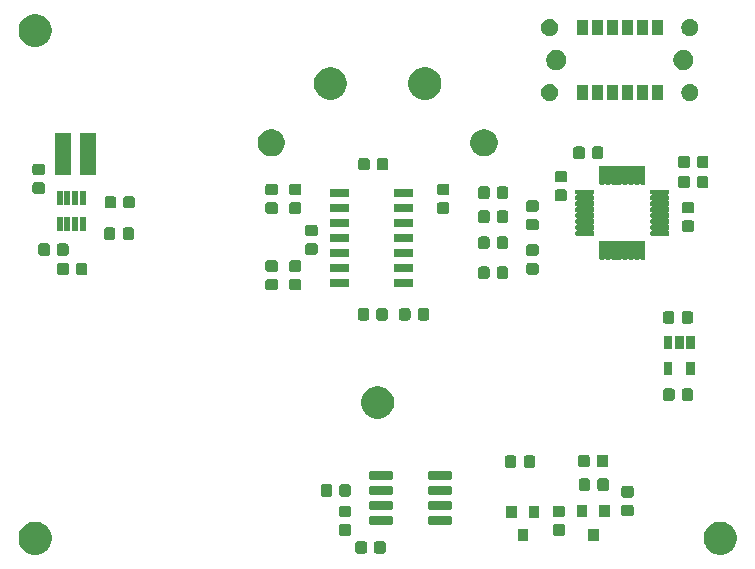
<source format=gbr>
G04 #@! TF.GenerationSoftware,KiCad,Pcbnew,(5.1.5-0)*
G04 #@! TF.CreationDate,2020-12-17T20:40:07-08:00*
G04 #@! TF.ProjectId,Luminometer_ADC_concept,4c756d69-6e6f-46d6-9574-65725f414443,rev?*
G04 #@! TF.SameCoordinates,Original*
G04 #@! TF.FileFunction,Soldermask,Top*
G04 #@! TF.FilePolarity,Negative*
%FSLAX46Y46*%
G04 Gerber Fmt 4.6, Leading zero omitted, Abs format (unit mm)*
G04 Created by KiCad (PCBNEW (5.1.5-0)) date 2020-12-17 20:40:07*
%MOMM*%
%LPD*%
G04 APERTURE LIST*
%ADD10C,0.100000*%
G04 APERTURE END LIST*
D10*
G36*
X176908599Y-125153032D02*
G01*
X177163528Y-125258626D01*
X177392960Y-125411928D01*
X177588072Y-125607040D01*
X177741374Y-125836472D01*
X177846968Y-126091401D01*
X177900800Y-126362033D01*
X177900800Y-126637967D01*
X177846968Y-126908599D01*
X177741374Y-127163528D01*
X177588072Y-127392960D01*
X177392960Y-127588072D01*
X177163528Y-127741374D01*
X176908599Y-127846968D01*
X176637967Y-127900800D01*
X176362033Y-127900800D01*
X176091401Y-127846968D01*
X175836472Y-127741374D01*
X175607040Y-127588072D01*
X175411928Y-127392960D01*
X175258626Y-127163528D01*
X175153032Y-126908599D01*
X175099200Y-126637967D01*
X175099200Y-126362033D01*
X175153032Y-126091401D01*
X175258626Y-125836472D01*
X175411928Y-125607040D01*
X175607040Y-125411928D01*
X175836472Y-125258626D01*
X176091401Y-125153032D01*
X176362033Y-125099200D01*
X176637967Y-125099200D01*
X176908599Y-125153032D01*
G37*
G36*
X118908599Y-125153032D02*
G01*
X119163528Y-125258626D01*
X119392960Y-125411928D01*
X119588072Y-125607040D01*
X119741374Y-125836472D01*
X119846968Y-126091401D01*
X119900800Y-126362033D01*
X119900800Y-126637967D01*
X119846968Y-126908599D01*
X119741374Y-127163528D01*
X119588072Y-127392960D01*
X119392960Y-127588072D01*
X119163528Y-127741374D01*
X118908599Y-127846968D01*
X118637967Y-127900800D01*
X118362033Y-127900800D01*
X118091401Y-127846968D01*
X117836472Y-127741374D01*
X117607040Y-127588072D01*
X117411928Y-127392960D01*
X117258626Y-127163528D01*
X117153032Y-126908599D01*
X117099200Y-126637967D01*
X117099200Y-126362033D01*
X117153032Y-126091401D01*
X117258626Y-125836472D01*
X117411928Y-125607040D01*
X117607040Y-125411928D01*
X117836472Y-125258626D01*
X118091401Y-125153032D01*
X118362033Y-125099200D01*
X118637967Y-125099200D01*
X118908599Y-125153032D01*
G37*
G36*
X146420674Y-126751643D02*
G01*
X146461667Y-126764078D01*
X146499448Y-126784273D01*
X146532556Y-126811444D01*
X146559727Y-126844552D01*
X146579922Y-126882333D01*
X146592357Y-126923326D01*
X146596800Y-126968441D01*
X146596800Y-127577559D01*
X146592357Y-127622674D01*
X146579922Y-127663667D01*
X146559727Y-127701448D01*
X146532556Y-127734556D01*
X146499448Y-127761727D01*
X146461667Y-127781922D01*
X146420674Y-127794357D01*
X146375559Y-127798800D01*
X145841441Y-127798800D01*
X145796326Y-127794357D01*
X145755333Y-127781922D01*
X145717552Y-127761727D01*
X145684444Y-127734556D01*
X145657273Y-127701448D01*
X145637078Y-127663667D01*
X145624643Y-127622674D01*
X145620200Y-127577559D01*
X145620200Y-126968441D01*
X145624643Y-126923326D01*
X145637078Y-126882333D01*
X145657273Y-126844552D01*
X145684444Y-126811444D01*
X145717552Y-126784273D01*
X145755333Y-126764078D01*
X145796326Y-126751643D01*
X145841441Y-126747200D01*
X146375559Y-126747200D01*
X146420674Y-126751643D01*
G37*
G36*
X147995674Y-126751643D02*
G01*
X148036667Y-126764078D01*
X148074448Y-126784273D01*
X148107556Y-126811444D01*
X148134727Y-126844552D01*
X148154922Y-126882333D01*
X148167357Y-126923326D01*
X148171800Y-126968441D01*
X148171800Y-127577559D01*
X148167357Y-127622674D01*
X148154922Y-127663667D01*
X148134727Y-127701448D01*
X148107556Y-127734556D01*
X148074448Y-127761727D01*
X148036667Y-127781922D01*
X147995674Y-127794357D01*
X147950559Y-127798800D01*
X147416441Y-127798800D01*
X147371326Y-127794357D01*
X147330333Y-127781922D01*
X147292552Y-127761727D01*
X147259444Y-127734556D01*
X147232273Y-127701448D01*
X147212078Y-127663667D01*
X147199643Y-127622674D01*
X147195200Y-127577559D01*
X147195200Y-126968441D01*
X147199643Y-126923326D01*
X147212078Y-126882333D01*
X147232273Y-126844552D01*
X147259444Y-126811444D01*
X147292552Y-126784273D01*
X147330333Y-126764078D01*
X147371326Y-126751643D01*
X147416441Y-126747200D01*
X147950559Y-126747200D01*
X147995674Y-126751643D01*
G37*
G36*
X160250800Y-126750800D02*
G01*
X159349200Y-126750800D01*
X159349200Y-125749200D01*
X160250800Y-125749200D01*
X160250800Y-126750800D01*
G37*
G36*
X166200800Y-126700800D02*
G01*
X165299200Y-126700800D01*
X165299200Y-125699200D01*
X166200800Y-125699200D01*
X166200800Y-126700800D01*
G37*
G36*
X145086674Y-125316143D02*
G01*
X145127667Y-125328578D01*
X145165448Y-125348773D01*
X145198556Y-125375944D01*
X145225727Y-125409052D01*
X145245922Y-125446833D01*
X145258357Y-125487826D01*
X145262800Y-125532941D01*
X145262800Y-126067059D01*
X145258357Y-126112174D01*
X145245922Y-126153167D01*
X145225727Y-126190948D01*
X145198556Y-126224056D01*
X145165448Y-126251227D01*
X145127667Y-126271422D01*
X145086674Y-126283857D01*
X145041559Y-126288300D01*
X144432441Y-126288300D01*
X144387326Y-126283857D01*
X144346333Y-126271422D01*
X144308552Y-126251227D01*
X144275444Y-126224056D01*
X144248273Y-126190948D01*
X144228078Y-126153167D01*
X144215643Y-126112174D01*
X144211200Y-126067059D01*
X144211200Y-125532941D01*
X144215643Y-125487826D01*
X144228078Y-125446833D01*
X144248273Y-125409052D01*
X144275444Y-125375944D01*
X144308552Y-125348773D01*
X144346333Y-125328578D01*
X144387326Y-125316143D01*
X144432441Y-125311700D01*
X145041559Y-125311700D01*
X145086674Y-125316143D01*
G37*
G36*
X163199674Y-125303643D02*
G01*
X163240667Y-125316078D01*
X163278448Y-125336273D01*
X163311556Y-125363444D01*
X163338727Y-125396552D01*
X163358922Y-125434333D01*
X163371357Y-125475326D01*
X163375800Y-125520441D01*
X163375800Y-126054559D01*
X163371357Y-126099674D01*
X163358922Y-126140667D01*
X163338727Y-126178448D01*
X163311556Y-126211556D01*
X163278448Y-126238727D01*
X163240667Y-126258922D01*
X163199674Y-126271357D01*
X163154559Y-126275800D01*
X162545441Y-126275800D01*
X162500326Y-126271357D01*
X162459333Y-126258922D01*
X162421552Y-126238727D01*
X162388444Y-126211556D01*
X162361273Y-126178448D01*
X162341078Y-126140667D01*
X162328643Y-126099674D01*
X162324200Y-126054559D01*
X162324200Y-125520441D01*
X162328643Y-125475326D01*
X162341078Y-125434333D01*
X162361273Y-125396552D01*
X162388444Y-125363444D01*
X162421552Y-125336273D01*
X162459333Y-125316078D01*
X162500326Y-125303643D01*
X162545441Y-125299200D01*
X163154559Y-125299200D01*
X163199674Y-125303643D01*
G37*
G36*
X153664015Y-124638323D02*
G01*
X153692106Y-124646844D01*
X153717998Y-124660684D01*
X153740692Y-124679308D01*
X153759316Y-124702002D01*
X153773156Y-124727894D01*
X153781677Y-124755985D01*
X153784800Y-124787691D01*
X153784800Y-125184309D01*
X153781677Y-125216015D01*
X153773156Y-125244106D01*
X153759316Y-125269998D01*
X153740692Y-125292692D01*
X153717998Y-125311316D01*
X153692106Y-125325156D01*
X153664015Y-125333677D01*
X153632309Y-125336800D01*
X151885691Y-125336800D01*
X151853985Y-125333677D01*
X151825894Y-125325156D01*
X151800002Y-125311316D01*
X151777308Y-125292692D01*
X151758684Y-125269998D01*
X151744844Y-125244106D01*
X151736323Y-125216015D01*
X151733200Y-125184309D01*
X151733200Y-124787691D01*
X151736323Y-124755985D01*
X151744844Y-124727894D01*
X151758684Y-124702002D01*
X151777308Y-124679308D01*
X151800002Y-124660684D01*
X151825894Y-124646844D01*
X151853985Y-124638323D01*
X151885691Y-124635200D01*
X153632309Y-124635200D01*
X153664015Y-124638323D01*
G37*
G36*
X148714015Y-124638323D02*
G01*
X148742106Y-124646844D01*
X148767998Y-124660684D01*
X148790692Y-124679308D01*
X148809316Y-124702002D01*
X148823156Y-124727894D01*
X148831677Y-124755985D01*
X148834800Y-124787691D01*
X148834800Y-125184309D01*
X148831677Y-125216015D01*
X148823156Y-125244106D01*
X148809316Y-125269998D01*
X148790692Y-125292692D01*
X148767998Y-125311316D01*
X148742106Y-125325156D01*
X148714015Y-125333677D01*
X148682309Y-125336800D01*
X146935691Y-125336800D01*
X146903985Y-125333677D01*
X146875894Y-125325156D01*
X146850002Y-125311316D01*
X146827308Y-125292692D01*
X146808684Y-125269998D01*
X146794844Y-125244106D01*
X146786323Y-125216015D01*
X146783200Y-125184309D01*
X146783200Y-124787691D01*
X146786323Y-124755985D01*
X146794844Y-124727894D01*
X146808684Y-124702002D01*
X146827308Y-124679308D01*
X146850002Y-124660684D01*
X146875894Y-124646844D01*
X146903985Y-124638323D01*
X146935691Y-124635200D01*
X148682309Y-124635200D01*
X148714015Y-124638323D01*
G37*
G36*
X161200800Y-124750800D02*
G01*
X160299200Y-124750800D01*
X160299200Y-123749200D01*
X161200800Y-123749200D01*
X161200800Y-124750800D01*
G37*
G36*
X159300800Y-124750800D02*
G01*
X158399200Y-124750800D01*
X158399200Y-123749200D01*
X159300800Y-123749200D01*
X159300800Y-124750800D01*
G37*
G36*
X145086674Y-123741143D02*
G01*
X145127667Y-123753578D01*
X145165448Y-123773773D01*
X145198556Y-123800944D01*
X145225727Y-123834052D01*
X145245922Y-123871833D01*
X145258357Y-123912826D01*
X145262800Y-123957941D01*
X145262800Y-124492059D01*
X145258357Y-124537174D01*
X145245922Y-124578167D01*
X145225727Y-124615948D01*
X145198556Y-124649056D01*
X145165448Y-124676227D01*
X145127667Y-124696422D01*
X145086674Y-124708857D01*
X145041559Y-124713300D01*
X144432441Y-124713300D01*
X144387326Y-124708857D01*
X144346333Y-124696422D01*
X144308552Y-124676227D01*
X144275444Y-124649056D01*
X144248273Y-124615948D01*
X144228078Y-124578167D01*
X144215643Y-124537174D01*
X144211200Y-124492059D01*
X144211200Y-123957941D01*
X144215643Y-123912826D01*
X144228078Y-123871833D01*
X144248273Y-123834052D01*
X144275444Y-123800944D01*
X144308552Y-123773773D01*
X144346333Y-123753578D01*
X144387326Y-123741143D01*
X144432441Y-123736700D01*
X145041559Y-123736700D01*
X145086674Y-123741143D01*
G37*
G36*
X167150800Y-124700800D02*
G01*
X166249200Y-124700800D01*
X166249200Y-123699200D01*
X167150800Y-123699200D01*
X167150800Y-124700800D01*
G37*
G36*
X165250800Y-124700800D02*
G01*
X164349200Y-124700800D01*
X164349200Y-123699200D01*
X165250800Y-123699200D01*
X165250800Y-124700800D01*
G37*
G36*
X163199674Y-123728643D02*
G01*
X163240667Y-123741078D01*
X163278448Y-123761273D01*
X163311556Y-123788444D01*
X163338727Y-123821552D01*
X163358922Y-123859333D01*
X163371357Y-123900326D01*
X163375800Y-123945441D01*
X163375800Y-124479559D01*
X163371357Y-124524674D01*
X163358922Y-124565667D01*
X163338727Y-124603448D01*
X163311556Y-124636556D01*
X163278448Y-124663727D01*
X163240667Y-124683922D01*
X163199674Y-124696357D01*
X163154559Y-124700800D01*
X162545441Y-124700800D01*
X162500326Y-124696357D01*
X162459333Y-124683922D01*
X162421552Y-124663727D01*
X162388444Y-124636556D01*
X162361273Y-124603448D01*
X162341078Y-124565667D01*
X162328643Y-124524674D01*
X162324200Y-124479559D01*
X162324200Y-123945441D01*
X162328643Y-123900326D01*
X162341078Y-123859333D01*
X162361273Y-123821552D01*
X162388444Y-123788444D01*
X162421552Y-123761273D01*
X162459333Y-123741078D01*
X162500326Y-123728643D01*
X162545441Y-123724200D01*
X163154559Y-123724200D01*
X163199674Y-123728643D01*
G37*
G36*
X168999674Y-123653643D02*
G01*
X169040667Y-123666078D01*
X169078448Y-123686273D01*
X169111556Y-123713444D01*
X169138727Y-123746552D01*
X169158922Y-123784333D01*
X169171357Y-123825326D01*
X169175800Y-123870441D01*
X169175800Y-124404559D01*
X169171357Y-124449674D01*
X169158922Y-124490667D01*
X169138727Y-124528448D01*
X169111556Y-124561556D01*
X169078448Y-124588727D01*
X169040667Y-124608922D01*
X168999674Y-124621357D01*
X168954559Y-124625800D01*
X168345441Y-124625800D01*
X168300326Y-124621357D01*
X168259333Y-124608922D01*
X168221552Y-124588727D01*
X168188444Y-124561556D01*
X168161273Y-124528448D01*
X168141078Y-124490667D01*
X168128643Y-124449674D01*
X168124200Y-124404559D01*
X168124200Y-123870441D01*
X168128643Y-123825326D01*
X168141078Y-123784333D01*
X168161273Y-123746552D01*
X168188444Y-123713444D01*
X168221552Y-123686273D01*
X168259333Y-123666078D01*
X168300326Y-123653643D01*
X168345441Y-123649200D01*
X168954559Y-123649200D01*
X168999674Y-123653643D01*
G37*
G36*
X153664015Y-123368323D02*
G01*
X153692106Y-123376844D01*
X153717998Y-123390684D01*
X153740692Y-123409308D01*
X153759316Y-123432002D01*
X153773156Y-123457894D01*
X153781677Y-123485985D01*
X153784800Y-123517691D01*
X153784800Y-123914309D01*
X153781677Y-123946015D01*
X153773156Y-123974106D01*
X153759316Y-123999998D01*
X153740692Y-124022692D01*
X153717998Y-124041316D01*
X153692106Y-124055156D01*
X153664015Y-124063677D01*
X153632309Y-124066800D01*
X151885691Y-124066800D01*
X151853985Y-124063677D01*
X151825894Y-124055156D01*
X151800002Y-124041316D01*
X151777308Y-124022692D01*
X151758684Y-123999998D01*
X151744844Y-123974106D01*
X151736323Y-123946015D01*
X151733200Y-123914309D01*
X151733200Y-123517691D01*
X151736323Y-123485985D01*
X151744844Y-123457894D01*
X151758684Y-123432002D01*
X151777308Y-123409308D01*
X151800002Y-123390684D01*
X151825894Y-123376844D01*
X151853985Y-123368323D01*
X151885691Y-123365200D01*
X153632309Y-123365200D01*
X153664015Y-123368323D01*
G37*
G36*
X148714015Y-123368323D02*
G01*
X148742106Y-123376844D01*
X148767998Y-123390684D01*
X148790692Y-123409308D01*
X148809316Y-123432002D01*
X148823156Y-123457894D01*
X148831677Y-123485985D01*
X148834800Y-123517691D01*
X148834800Y-123914309D01*
X148831677Y-123946015D01*
X148823156Y-123974106D01*
X148809316Y-123999998D01*
X148790692Y-124022692D01*
X148767998Y-124041316D01*
X148742106Y-124055156D01*
X148714015Y-124063677D01*
X148682309Y-124066800D01*
X146935691Y-124066800D01*
X146903985Y-124063677D01*
X146875894Y-124055156D01*
X146850002Y-124041316D01*
X146827308Y-124022692D01*
X146808684Y-123999998D01*
X146794844Y-123974106D01*
X146786323Y-123946015D01*
X146783200Y-123914309D01*
X146783200Y-123517691D01*
X146786323Y-123485985D01*
X146794844Y-123457894D01*
X146808684Y-123432002D01*
X146827308Y-123409308D01*
X146850002Y-123390684D01*
X146875894Y-123376844D01*
X146903985Y-123368323D01*
X146935691Y-123365200D01*
X148682309Y-123365200D01*
X148714015Y-123368323D01*
G37*
G36*
X168999674Y-122078643D02*
G01*
X169040667Y-122091078D01*
X169078448Y-122111273D01*
X169111556Y-122138444D01*
X169138727Y-122171552D01*
X169158922Y-122209333D01*
X169171357Y-122250326D01*
X169175800Y-122295441D01*
X169175800Y-122829559D01*
X169171357Y-122874674D01*
X169158922Y-122915667D01*
X169138727Y-122953448D01*
X169111556Y-122986556D01*
X169078448Y-123013727D01*
X169040667Y-123033922D01*
X168999674Y-123046357D01*
X168954559Y-123050800D01*
X168345441Y-123050800D01*
X168300326Y-123046357D01*
X168259333Y-123033922D01*
X168221552Y-123013727D01*
X168188444Y-122986556D01*
X168161273Y-122953448D01*
X168141078Y-122915667D01*
X168128643Y-122874674D01*
X168124200Y-122829559D01*
X168124200Y-122295441D01*
X168128643Y-122250326D01*
X168141078Y-122209333D01*
X168161273Y-122171552D01*
X168188444Y-122138444D01*
X168221552Y-122111273D01*
X168259333Y-122091078D01*
X168300326Y-122078643D01*
X168345441Y-122074200D01*
X168954559Y-122074200D01*
X168999674Y-122078643D01*
G37*
G36*
X145049174Y-121925643D02*
G01*
X145090167Y-121938078D01*
X145127948Y-121958273D01*
X145161056Y-121985444D01*
X145188227Y-122018552D01*
X145208422Y-122056333D01*
X145220857Y-122097326D01*
X145225300Y-122142441D01*
X145225300Y-122751559D01*
X145220857Y-122796674D01*
X145208422Y-122837667D01*
X145188227Y-122875448D01*
X145161056Y-122908556D01*
X145127948Y-122935727D01*
X145090167Y-122955922D01*
X145049174Y-122968357D01*
X145004059Y-122972800D01*
X144469941Y-122972800D01*
X144424826Y-122968357D01*
X144383833Y-122955922D01*
X144346052Y-122935727D01*
X144312944Y-122908556D01*
X144285773Y-122875448D01*
X144265578Y-122837667D01*
X144253143Y-122796674D01*
X144248700Y-122751559D01*
X144248700Y-122142441D01*
X144253143Y-122097326D01*
X144265578Y-122056333D01*
X144285773Y-122018552D01*
X144312944Y-121985444D01*
X144346052Y-121958273D01*
X144383833Y-121938078D01*
X144424826Y-121925643D01*
X144469941Y-121921200D01*
X145004059Y-121921200D01*
X145049174Y-121925643D01*
G37*
G36*
X143474174Y-121925643D02*
G01*
X143515167Y-121938078D01*
X143552948Y-121958273D01*
X143586056Y-121985444D01*
X143613227Y-122018552D01*
X143633422Y-122056333D01*
X143645857Y-122097326D01*
X143650300Y-122142441D01*
X143650300Y-122751559D01*
X143645857Y-122796674D01*
X143633422Y-122837667D01*
X143613227Y-122875448D01*
X143586056Y-122908556D01*
X143552948Y-122935727D01*
X143515167Y-122955922D01*
X143474174Y-122968357D01*
X143429059Y-122972800D01*
X142894941Y-122972800D01*
X142849826Y-122968357D01*
X142808833Y-122955922D01*
X142771052Y-122935727D01*
X142737944Y-122908556D01*
X142710773Y-122875448D01*
X142690578Y-122837667D01*
X142678143Y-122796674D01*
X142673700Y-122751559D01*
X142673700Y-122142441D01*
X142678143Y-122097326D01*
X142690578Y-122056333D01*
X142710773Y-122018552D01*
X142737944Y-121985444D01*
X142771052Y-121958273D01*
X142808833Y-121938078D01*
X142849826Y-121925643D01*
X142894941Y-121921200D01*
X143429059Y-121921200D01*
X143474174Y-121925643D01*
G37*
G36*
X148714015Y-122098323D02*
G01*
X148742106Y-122106844D01*
X148767998Y-122120684D01*
X148790692Y-122139308D01*
X148809316Y-122162002D01*
X148823156Y-122187894D01*
X148831677Y-122215985D01*
X148834800Y-122247691D01*
X148834800Y-122644309D01*
X148831677Y-122676015D01*
X148823156Y-122704106D01*
X148809316Y-122729998D01*
X148790692Y-122752692D01*
X148767998Y-122771316D01*
X148742106Y-122785156D01*
X148714015Y-122793677D01*
X148682309Y-122796800D01*
X146935691Y-122796800D01*
X146903985Y-122793677D01*
X146875894Y-122785156D01*
X146850002Y-122771316D01*
X146827308Y-122752692D01*
X146808684Y-122729998D01*
X146794844Y-122704106D01*
X146786323Y-122676015D01*
X146783200Y-122644309D01*
X146783200Y-122247691D01*
X146786323Y-122215985D01*
X146794844Y-122187894D01*
X146808684Y-122162002D01*
X146827308Y-122139308D01*
X146850002Y-122120684D01*
X146875894Y-122106844D01*
X146903985Y-122098323D01*
X146935691Y-122095200D01*
X148682309Y-122095200D01*
X148714015Y-122098323D01*
G37*
G36*
X153664015Y-122098323D02*
G01*
X153692106Y-122106844D01*
X153717998Y-122120684D01*
X153740692Y-122139308D01*
X153759316Y-122162002D01*
X153773156Y-122187894D01*
X153781677Y-122215985D01*
X153784800Y-122247691D01*
X153784800Y-122644309D01*
X153781677Y-122676015D01*
X153773156Y-122704106D01*
X153759316Y-122729998D01*
X153740692Y-122752692D01*
X153717998Y-122771316D01*
X153692106Y-122785156D01*
X153664015Y-122793677D01*
X153632309Y-122796800D01*
X151885691Y-122796800D01*
X151853985Y-122793677D01*
X151825894Y-122785156D01*
X151800002Y-122771316D01*
X151777308Y-122752692D01*
X151758684Y-122729998D01*
X151744844Y-122704106D01*
X151736323Y-122676015D01*
X151733200Y-122644309D01*
X151733200Y-122247691D01*
X151736323Y-122215985D01*
X151744844Y-122187894D01*
X151758684Y-122162002D01*
X151777308Y-122139308D01*
X151800002Y-122120684D01*
X151825894Y-122106844D01*
X151853985Y-122098323D01*
X151885691Y-122095200D01*
X153632309Y-122095200D01*
X153664015Y-122098323D01*
G37*
G36*
X166899674Y-121428643D02*
G01*
X166940667Y-121441078D01*
X166978448Y-121461273D01*
X167011556Y-121488444D01*
X167038727Y-121521552D01*
X167058922Y-121559333D01*
X167071357Y-121600326D01*
X167075800Y-121645441D01*
X167075800Y-122254559D01*
X167071357Y-122299674D01*
X167058922Y-122340667D01*
X167038727Y-122378448D01*
X167011556Y-122411556D01*
X166978448Y-122438727D01*
X166940667Y-122458922D01*
X166899674Y-122471357D01*
X166854559Y-122475800D01*
X166320441Y-122475800D01*
X166275326Y-122471357D01*
X166234333Y-122458922D01*
X166196552Y-122438727D01*
X166163444Y-122411556D01*
X166136273Y-122378448D01*
X166116078Y-122340667D01*
X166103643Y-122299674D01*
X166099200Y-122254559D01*
X166099200Y-121645441D01*
X166103643Y-121600326D01*
X166116078Y-121559333D01*
X166136273Y-121521552D01*
X166163444Y-121488444D01*
X166196552Y-121461273D01*
X166234333Y-121441078D01*
X166275326Y-121428643D01*
X166320441Y-121424200D01*
X166854559Y-121424200D01*
X166899674Y-121428643D01*
G37*
G36*
X165324674Y-121428643D02*
G01*
X165365667Y-121441078D01*
X165403448Y-121461273D01*
X165436556Y-121488444D01*
X165463727Y-121521552D01*
X165483922Y-121559333D01*
X165496357Y-121600326D01*
X165500800Y-121645441D01*
X165500800Y-122254559D01*
X165496357Y-122299674D01*
X165483922Y-122340667D01*
X165463727Y-122378448D01*
X165436556Y-122411556D01*
X165403448Y-122438727D01*
X165365667Y-122458922D01*
X165324674Y-122471357D01*
X165279559Y-122475800D01*
X164745441Y-122475800D01*
X164700326Y-122471357D01*
X164659333Y-122458922D01*
X164621552Y-122438727D01*
X164588444Y-122411556D01*
X164561273Y-122378448D01*
X164541078Y-122340667D01*
X164528643Y-122299674D01*
X164524200Y-122254559D01*
X164524200Y-121645441D01*
X164528643Y-121600326D01*
X164541078Y-121559333D01*
X164561273Y-121521552D01*
X164588444Y-121488444D01*
X164621552Y-121461273D01*
X164659333Y-121441078D01*
X164700326Y-121428643D01*
X164745441Y-121424200D01*
X165279559Y-121424200D01*
X165324674Y-121428643D01*
G37*
G36*
X148714015Y-120828323D02*
G01*
X148742106Y-120836844D01*
X148767998Y-120850684D01*
X148790692Y-120869308D01*
X148809316Y-120892002D01*
X148823156Y-120917894D01*
X148831677Y-120945985D01*
X148834800Y-120977691D01*
X148834800Y-121374309D01*
X148831677Y-121406015D01*
X148823156Y-121434106D01*
X148809316Y-121459998D01*
X148790692Y-121482692D01*
X148767998Y-121501316D01*
X148742106Y-121515156D01*
X148714015Y-121523677D01*
X148682309Y-121526800D01*
X146935691Y-121526800D01*
X146903985Y-121523677D01*
X146875894Y-121515156D01*
X146850002Y-121501316D01*
X146827308Y-121482692D01*
X146808684Y-121459998D01*
X146794844Y-121434106D01*
X146786323Y-121406015D01*
X146783200Y-121374309D01*
X146783200Y-120977691D01*
X146786323Y-120945985D01*
X146794844Y-120917894D01*
X146808684Y-120892002D01*
X146827308Y-120869308D01*
X146850002Y-120850684D01*
X146875894Y-120836844D01*
X146903985Y-120828323D01*
X146935691Y-120825200D01*
X148682309Y-120825200D01*
X148714015Y-120828323D01*
G37*
G36*
X153664015Y-120828323D02*
G01*
X153692106Y-120836844D01*
X153717998Y-120850684D01*
X153740692Y-120869308D01*
X153759316Y-120892002D01*
X153773156Y-120917894D01*
X153781677Y-120945985D01*
X153784800Y-120977691D01*
X153784800Y-121374309D01*
X153781677Y-121406015D01*
X153773156Y-121434106D01*
X153759316Y-121459998D01*
X153740692Y-121482692D01*
X153717998Y-121501316D01*
X153692106Y-121515156D01*
X153664015Y-121523677D01*
X153632309Y-121526800D01*
X151885691Y-121526800D01*
X151853985Y-121523677D01*
X151825894Y-121515156D01*
X151800002Y-121501316D01*
X151777308Y-121482692D01*
X151758684Y-121459998D01*
X151744844Y-121434106D01*
X151736323Y-121406015D01*
X151733200Y-121374309D01*
X151733200Y-120977691D01*
X151736323Y-120945985D01*
X151744844Y-120917894D01*
X151758684Y-120892002D01*
X151777308Y-120869308D01*
X151800002Y-120850684D01*
X151825894Y-120836844D01*
X151853985Y-120828323D01*
X151885691Y-120825200D01*
X153632309Y-120825200D01*
X153664015Y-120828323D01*
G37*
G36*
X159074674Y-119478643D02*
G01*
X159115667Y-119491078D01*
X159153448Y-119511273D01*
X159186556Y-119538444D01*
X159213727Y-119571552D01*
X159233922Y-119609333D01*
X159246357Y-119650326D01*
X159250800Y-119695441D01*
X159250800Y-120304559D01*
X159246357Y-120349674D01*
X159233922Y-120390667D01*
X159213727Y-120428448D01*
X159186556Y-120461556D01*
X159153448Y-120488727D01*
X159115667Y-120508922D01*
X159074674Y-120521357D01*
X159029559Y-120525800D01*
X158495441Y-120525800D01*
X158450326Y-120521357D01*
X158409333Y-120508922D01*
X158371552Y-120488727D01*
X158338444Y-120461556D01*
X158311273Y-120428448D01*
X158291078Y-120390667D01*
X158278643Y-120349674D01*
X158274200Y-120304559D01*
X158274200Y-119695441D01*
X158278643Y-119650326D01*
X158291078Y-119609333D01*
X158311273Y-119571552D01*
X158338444Y-119538444D01*
X158371552Y-119511273D01*
X158409333Y-119491078D01*
X158450326Y-119478643D01*
X158495441Y-119474200D01*
X159029559Y-119474200D01*
X159074674Y-119478643D01*
G37*
G36*
X160649674Y-119478643D02*
G01*
X160690667Y-119491078D01*
X160728448Y-119511273D01*
X160761556Y-119538444D01*
X160788727Y-119571552D01*
X160808922Y-119609333D01*
X160821357Y-119650326D01*
X160825800Y-119695441D01*
X160825800Y-120304559D01*
X160821357Y-120349674D01*
X160808922Y-120390667D01*
X160788727Y-120428448D01*
X160761556Y-120461556D01*
X160728448Y-120488727D01*
X160690667Y-120508922D01*
X160649674Y-120521357D01*
X160604559Y-120525800D01*
X160070441Y-120525800D01*
X160025326Y-120521357D01*
X159984333Y-120508922D01*
X159946552Y-120488727D01*
X159913444Y-120461556D01*
X159886273Y-120428448D01*
X159866078Y-120390667D01*
X159853643Y-120349674D01*
X159849200Y-120304559D01*
X159849200Y-119695441D01*
X159853643Y-119650326D01*
X159866078Y-119609333D01*
X159886273Y-119571552D01*
X159913444Y-119538444D01*
X159946552Y-119511273D01*
X159984333Y-119491078D01*
X160025326Y-119478643D01*
X160070441Y-119474200D01*
X160604559Y-119474200D01*
X160649674Y-119478643D01*
G37*
G36*
X165274674Y-119428643D02*
G01*
X165315667Y-119441078D01*
X165353448Y-119461273D01*
X165386556Y-119488444D01*
X165413727Y-119521552D01*
X165433922Y-119559333D01*
X165446357Y-119600326D01*
X165450800Y-119645441D01*
X165450800Y-120254559D01*
X165446357Y-120299674D01*
X165433922Y-120340667D01*
X165413727Y-120378448D01*
X165386556Y-120411556D01*
X165353448Y-120438727D01*
X165315667Y-120458922D01*
X165274674Y-120471357D01*
X165229559Y-120475800D01*
X164695441Y-120475800D01*
X164650326Y-120471357D01*
X164609333Y-120458922D01*
X164571552Y-120438727D01*
X164538444Y-120411556D01*
X164511273Y-120378448D01*
X164491078Y-120340667D01*
X164478643Y-120299674D01*
X164474200Y-120254559D01*
X164474200Y-119645441D01*
X164478643Y-119600326D01*
X164491078Y-119559333D01*
X164511273Y-119521552D01*
X164538444Y-119488444D01*
X164571552Y-119461273D01*
X164609333Y-119441078D01*
X164650326Y-119428643D01*
X164695441Y-119424200D01*
X165229559Y-119424200D01*
X165274674Y-119428643D01*
G37*
G36*
X166849674Y-119428643D02*
G01*
X166890667Y-119441078D01*
X166928448Y-119461273D01*
X166961556Y-119488444D01*
X166988727Y-119521552D01*
X167008922Y-119559333D01*
X167021357Y-119600326D01*
X167025800Y-119645441D01*
X167025800Y-120254559D01*
X167021357Y-120299674D01*
X167008922Y-120340667D01*
X166988727Y-120378448D01*
X166961556Y-120411556D01*
X166928448Y-120438727D01*
X166890667Y-120458922D01*
X166849674Y-120471357D01*
X166804559Y-120475800D01*
X166270441Y-120475800D01*
X166225326Y-120471357D01*
X166184333Y-120458922D01*
X166146552Y-120438727D01*
X166113444Y-120411556D01*
X166086273Y-120378448D01*
X166066078Y-120340667D01*
X166053643Y-120299674D01*
X166049200Y-120254559D01*
X166049200Y-119645441D01*
X166053643Y-119600326D01*
X166066078Y-119559333D01*
X166086273Y-119521552D01*
X166113444Y-119488444D01*
X166146552Y-119461273D01*
X166184333Y-119441078D01*
X166225326Y-119428643D01*
X166270441Y-119424200D01*
X166804559Y-119424200D01*
X166849674Y-119428643D01*
G37*
G36*
X147908599Y-113653032D02*
G01*
X148163528Y-113758626D01*
X148392960Y-113911928D01*
X148588072Y-114107040D01*
X148741374Y-114336472D01*
X148846968Y-114591401D01*
X148900800Y-114862033D01*
X148900800Y-115137967D01*
X148846968Y-115408599D01*
X148741374Y-115663528D01*
X148588072Y-115892960D01*
X148392960Y-116088072D01*
X148163528Y-116241374D01*
X147908599Y-116346968D01*
X147637967Y-116400800D01*
X147362033Y-116400800D01*
X147091401Y-116346968D01*
X146836472Y-116241374D01*
X146607040Y-116088072D01*
X146411928Y-115892960D01*
X146258626Y-115663528D01*
X146153032Y-115408599D01*
X146099200Y-115137967D01*
X146099200Y-114862033D01*
X146153032Y-114591401D01*
X146258626Y-114336472D01*
X146411928Y-114107040D01*
X146607040Y-113911928D01*
X146836472Y-113758626D01*
X147091401Y-113653032D01*
X147362033Y-113599200D01*
X147637967Y-113599200D01*
X147908599Y-113653032D01*
G37*
G36*
X174038174Y-113812643D02*
G01*
X174079167Y-113825078D01*
X174116948Y-113845273D01*
X174150056Y-113872444D01*
X174177227Y-113905552D01*
X174197422Y-113943333D01*
X174209857Y-113984326D01*
X174214300Y-114029441D01*
X174214300Y-114638559D01*
X174209857Y-114683674D01*
X174197422Y-114724667D01*
X174177227Y-114762448D01*
X174150056Y-114795556D01*
X174116948Y-114822727D01*
X174079167Y-114842922D01*
X174038174Y-114855357D01*
X173993059Y-114859800D01*
X173458941Y-114859800D01*
X173413826Y-114855357D01*
X173372833Y-114842922D01*
X173335052Y-114822727D01*
X173301944Y-114795556D01*
X173274773Y-114762448D01*
X173254578Y-114724667D01*
X173242143Y-114683674D01*
X173237700Y-114638559D01*
X173237700Y-114029441D01*
X173242143Y-113984326D01*
X173254578Y-113943333D01*
X173274773Y-113905552D01*
X173301944Y-113872444D01*
X173335052Y-113845273D01*
X173372833Y-113825078D01*
X173413826Y-113812643D01*
X173458941Y-113808200D01*
X173993059Y-113808200D01*
X174038174Y-113812643D01*
G37*
G36*
X172463174Y-113812643D02*
G01*
X172504167Y-113825078D01*
X172541948Y-113845273D01*
X172575056Y-113872444D01*
X172602227Y-113905552D01*
X172622422Y-113943333D01*
X172634857Y-113984326D01*
X172639300Y-114029441D01*
X172639300Y-114638559D01*
X172634857Y-114683674D01*
X172622422Y-114724667D01*
X172602227Y-114762448D01*
X172575056Y-114795556D01*
X172541948Y-114822727D01*
X172504167Y-114842922D01*
X172463174Y-114855357D01*
X172418059Y-114859800D01*
X171883941Y-114859800D01*
X171838826Y-114855357D01*
X171797833Y-114842922D01*
X171760052Y-114822727D01*
X171726944Y-114795556D01*
X171699773Y-114762448D01*
X171679578Y-114724667D01*
X171667143Y-114683674D01*
X171662700Y-114638559D01*
X171662700Y-114029441D01*
X171667143Y-113984326D01*
X171679578Y-113943333D01*
X171699773Y-113905552D01*
X171726944Y-113872444D01*
X171760052Y-113845273D01*
X171797833Y-113825078D01*
X171838826Y-113812643D01*
X171883941Y-113808200D01*
X172418059Y-113808200D01*
X172463174Y-113812643D01*
G37*
G36*
X174361800Y-112704800D02*
G01*
X173610200Y-112704800D01*
X173610200Y-111543200D01*
X174361800Y-111543200D01*
X174361800Y-112704800D01*
G37*
G36*
X172461800Y-112704800D02*
G01*
X171710200Y-112704800D01*
X171710200Y-111543200D01*
X172461800Y-111543200D01*
X172461800Y-112704800D01*
G37*
G36*
X173411800Y-110504800D02*
G01*
X172660200Y-110504800D01*
X172660200Y-109343200D01*
X173411800Y-109343200D01*
X173411800Y-110504800D01*
G37*
G36*
X174361800Y-110504800D02*
G01*
X173610200Y-110504800D01*
X173610200Y-109343200D01*
X174361800Y-109343200D01*
X174361800Y-110504800D01*
G37*
G36*
X172461800Y-110504800D02*
G01*
X171710200Y-110504800D01*
X171710200Y-109343200D01*
X172461800Y-109343200D01*
X172461800Y-110504800D01*
G37*
G36*
X174028174Y-107282643D02*
G01*
X174069167Y-107295078D01*
X174106948Y-107315273D01*
X174140056Y-107342444D01*
X174167227Y-107375552D01*
X174187422Y-107413333D01*
X174199857Y-107454326D01*
X174204300Y-107499441D01*
X174204300Y-108108559D01*
X174199857Y-108153674D01*
X174187422Y-108194667D01*
X174167227Y-108232448D01*
X174140056Y-108265556D01*
X174106948Y-108292727D01*
X174069167Y-108312922D01*
X174028174Y-108325357D01*
X173983059Y-108329800D01*
X173448941Y-108329800D01*
X173403826Y-108325357D01*
X173362833Y-108312922D01*
X173325052Y-108292727D01*
X173291944Y-108265556D01*
X173264773Y-108232448D01*
X173244578Y-108194667D01*
X173232143Y-108153674D01*
X173227700Y-108108559D01*
X173227700Y-107499441D01*
X173232143Y-107454326D01*
X173244578Y-107413333D01*
X173264773Y-107375552D01*
X173291944Y-107342444D01*
X173325052Y-107315273D01*
X173362833Y-107295078D01*
X173403826Y-107282643D01*
X173448941Y-107278200D01*
X173983059Y-107278200D01*
X174028174Y-107282643D01*
G37*
G36*
X172453174Y-107282643D02*
G01*
X172494167Y-107295078D01*
X172531948Y-107315273D01*
X172565056Y-107342444D01*
X172592227Y-107375552D01*
X172612422Y-107413333D01*
X172624857Y-107454326D01*
X172629300Y-107499441D01*
X172629300Y-108108559D01*
X172624857Y-108153674D01*
X172612422Y-108194667D01*
X172592227Y-108232448D01*
X172565056Y-108265556D01*
X172531948Y-108292727D01*
X172494167Y-108312922D01*
X172453174Y-108325357D01*
X172408059Y-108329800D01*
X171873941Y-108329800D01*
X171828826Y-108325357D01*
X171787833Y-108312922D01*
X171750052Y-108292727D01*
X171716944Y-108265556D01*
X171689773Y-108232448D01*
X171669578Y-108194667D01*
X171657143Y-108153674D01*
X171652700Y-108108559D01*
X171652700Y-107499441D01*
X171657143Y-107454326D01*
X171669578Y-107413333D01*
X171689773Y-107375552D01*
X171716944Y-107342444D01*
X171750052Y-107315273D01*
X171787833Y-107295078D01*
X171828826Y-107282643D01*
X171873941Y-107278200D01*
X172408059Y-107278200D01*
X172453174Y-107282643D01*
G37*
G36*
X150108174Y-107013643D02*
G01*
X150149167Y-107026078D01*
X150186948Y-107046273D01*
X150220056Y-107073444D01*
X150247227Y-107106552D01*
X150267422Y-107144333D01*
X150279857Y-107185326D01*
X150284300Y-107230441D01*
X150284300Y-107839559D01*
X150279857Y-107884674D01*
X150267422Y-107925667D01*
X150247227Y-107963448D01*
X150220056Y-107996556D01*
X150186948Y-108023727D01*
X150149167Y-108043922D01*
X150108174Y-108056357D01*
X150063059Y-108060800D01*
X149528941Y-108060800D01*
X149483826Y-108056357D01*
X149442833Y-108043922D01*
X149405052Y-108023727D01*
X149371944Y-107996556D01*
X149344773Y-107963448D01*
X149324578Y-107925667D01*
X149312143Y-107884674D01*
X149307700Y-107839559D01*
X149307700Y-107230441D01*
X149312143Y-107185326D01*
X149324578Y-107144333D01*
X149344773Y-107106552D01*
X149371944Y-107073444D01*
X149405052Y-107046273D01*
X149442833Y-107026078D01*
X149483826Y-107013643D01*
X149528941Y-107009200D01*
X150063059Y-107009200D01*
X150108174Y-107013643D01*
G37*
G36*
X151683174Y-107013643D02*
G01*
X151724167Y-107026078D01*
X151761948Y-107046273D01*
X151795056Y-107073444D01*
X151822227Y-107106552D01*
X151842422Y-107144333D01*
X151854857Y-107185326D01*
X151859300Y-107230441D01*
X151859300Y-107839559D01*
X151854857Y-107884674D01*
X151842422Y-107925667D01*
X151822227Y-107963448D01*
X151795056Y-107996556D01*
X151761948Y-108023727D01*
X151724167Y-108043922D01*
X151683174Y-108056357D01*
X151638059Y-108060800D01*
X151103941Y-108060800D01*
X151058826Y-108056357D01*
X151017833Y-108043922D01*
X150980052Y-108023727D01*
X150946944Y-107996556D01*
X150919773Y-107963448D01*
X150899578Y-107925667D01*
X150887143Y-107884674D01*
X150882700Y-107839559D01*
X150882700Y-107230441D01*
X150887143Y-107185326D01*
X150899578Y-107144333D01*
X150919773Y-107106552D01*
X150946944Y-107073444D01*
X150980052Y-107046273D01*
X151017833Y-107026078D01*
X151058826Y-107013643D01*
X151103941Y-107009200D01*
X151638059Y-107009200D01*
X151683174Y-107013643D01*
G37*
G36*
X146608174Y-107013643D02*
G01*
X146649167Y-107026078D01*
X146686948Y-107046273D01*
X146720056Y-107073444D01*
X146747227Y-107106552D01*
X146767422Y-107144333D01*
X146779857Y-107185326D01*
X146784300Y-107230441D01*
X146784300Y-107839559D01*
X146779857Y-107884674D01*
X146767422Y-107925667D01*
X146747227Y-107963448D01*
X146720056Y-107996556D01*
X146686948Y-108023727D01*
X146649167Y-108043922D01*
X146608174Y-108056357D01*
X146563059Y-108060800D01*
X146028941Y-108060800D01*
X145983826Y-108056357D01*
X145942833Y-108043922D01*
X145905052Y-108023727D01*
X145871944Y-107996556D01*
X145844773Y-107963448D01*
X145824578Y-107925667D01*
X145812143Y-107884674D01*
X145807700Y-107839559D01*
X145807700Y-107230441D01*
X145812143Y-107185326D01*
X145824578Y-107144333D01*
X145844773Y-107106552D01*
X145871944Y-107073444D01*
X145905052Y-107046273D01*
X145942833Y-107026078D01*
X145983826Y-107013643D01*
X146028941Y-107009200D01*
X146563059Y-107009200D01*
X146608174Y-107013643D01*
G37*
G36*
X148183174Y-107013643D02*
G01*
X148224167Y-107026078D01*
X148261948Y-107046273D01*
X148295056Y-107073444D01*
X148322227Y-107106552D01*
X148342422Y-107144333D01*
X148354857Y-107185326D01*
X148359300Y-107230441D01*
X148359300Y-107839559D01*
X148354857Y-107884674D01*
X148342422Y-107925667D01*
X148322227Y-107963448D01*
X148295056Y-107996556D01*
X148261948Y-108023727D01*
X148224167Y-108043922D01*
X148183174Y-108056357D01*
X148138059Y-108060800D01*
X147603941Y-108060800D01*
X147558826Y-108056357D01*
X147517833Y-108043922D01*
X147480052Y-108023727D01*
X147446944Y-107996556D01*
X147419773Y-107963448D01*
X147399578Y-107925667D01*
X147387143Y-107884674D01*
X147382700Y-107839559D01*
X147382700Y-107230441D01*
X147387143Y-107185326D01*
X147399578Y-107144333D01*
X147419773Y-107106552D01*
X147446944Y-107073444D01*
X147480052Y-107046273D01*
X147517833Y-107026078D01*
X147558826Y-107013643D01*
X147603941Y-107009200D01*
X148138059Y-107009200D01*
X148183174Y-107013643D01*
G37*
G36*
X138875674Y-104535143D02*
G01*
X138916667Y-104547578D01*
X138954448Y-104567773D01*
X138987556Y-104594944D01*
X139014727Y-104628052D01*
X139034922Y-104665833D01*
X139047357Y-104706826D01*
X139051800Y-104751941D01*
X139051800Y-105286059D01*
X139047357Y-105331174D01*
X139034922Y-105372167D01*
X139014727Y-105409948D01*
X138987556Y-105443056D01*
X138954448Y-105470227D01*
X138916667Y-105490422D01*
X138875674Y-105502857D01*
X138830559Y-105507300D01*
X138221441Y-105507300D01*
X138176326Y-105502857D01*
X138135333Y-105490422D01*
X138097552Y-105470227D01*
X138064444Y-105443056D01*
X138037273Y-105409948D01*
X138017078Y-105372167D01*
X138004643Y-105331174D01*
X138000200Y-105286059D01*
X138000200Y-104751941D01*
X138004643Y-104706826D01*
X138017078Y-104665833D01*
X138037273Y-104628052D01*
X138064444Y-104594944D01*
X138097552Y-104567773D01*
X138135333Y-104547578D01*
X138176326Y-104535143D01*
X138221441Y-104530700D01*
X138830559Y-104530700D01*
X138875674Y-104535143D01*
G37*
G36*
X140875674Y-104535143D02*
G01*
X140916667Y-104547578D01*
X140954448Y-104567773D01*
X140987556Y-104594944D01*
X141014727Y-104628052D01*
X141034922Y-104665833D01*
X141047357Y-104706826D01*
X141051800Y-104751941D01*
X141051800Y-105286059D01*
X141047357Y-105331174D01*
X141034922Y-105372167D01*
X141014727Y-105409948D01*
X140987556Y-105443056D01*
X140954448Y-105470227D01*
X140916667Y-105490422D01*
X140875674Y-105502857D01*
X140830559Y-105507300D01*
X140221441Y-105507300D01*
X140176326Y-105502857D01*
X140135333Y-105490422D01*
X140097552Y-105470227D01*
X140064444Y-105443056D01*
X140037273Y-105409948D01*
X140017078Y-105372167D01*
X140004643Y-105331174D01*
X140000200Y-105286059D01*
X140000200Y-104751941D01*
X140004643Y-104706826D01*
X140017078Y-104665833D01*
X140037273Y-104628052D01*
X140064444Y-104594944D01*
X140097552Y-104567773D01*
X140135333Y-104547578D01*
X140176326Y-104535143D01*
X140221441Y-104530700D01*
X140830559Y-104530700D01*
X140875674Y-104535143D01*
G37*
G36*
X150486000Y-105201000D02*
G01*
X148846000Y-105201000D01*
X148846000Y-104511000D01*
X150486000Y-104511000D01*
X150486000Y-105201000D01*
G37*
G36*
X145086000Y-105201000D02*
G01*
X143446000Y-105201000D01*
X143446000Y-104511000D01*
X145086000Y-104511000D01*
X145086000Y-105201000D01*
G37*
G36*
X158375174Y-103487643D02*
G01*
X158416167Y-103500078D01*
X158453948Y-103520273D01*
X158487056Y-103547444D01*
X158514227Y-103580552D01*
X158534422Y-103618333D01*
X158546857Y-103659326D01*
X158551300Y-103704441D01*
X158551300Y-104313559D01*
X158546857Y-104358674D01*
X158534422Y-104399667D01*
X158514227Y-104437448D01*
X158487056Y-104470556D01*
X158453948Y-104497727D01*
X158416167Y-104517922D01*
X158375174Y-104530357D01*
X158330059Y-104534800D01*
X157795941Y-104534800D01*
X157750826Y-104530357D01*
X157709833Y-104517922D01*
X157672052Y-104497727D01*
X157638944Y-104470556D01*
X157611773Y-104437448D01*
X157591578Y-104399667D01*
X157579143Y-104358674D01*
X157574700Y-104313559D01*
X157574700Y-103704441D01*
X157579143Y-103659326D01*
X157591578Y-103618333D01*
X157611773Y-103580552D01*
X157638944Y-103547444D01*
X157672052Y-103520273D01*
X157709833Y-103500078D01*
X157750826Y-103487643D01*
X157795941Y-103483200D01*
X158330059Y-103483200D01*
X158375174Y-103487643D01*
G37*
G36*
X156800174Y-103487643D02*
G01*
X156841167Y-103500078D01*
X156878948Y-103520273D01*
X156912056Y-103547444D01*
X156939227Y-103580552D01*
X156959422Y-103618333D01*
X156971857Y-103659326D01*
X156976300Y-103704441D01*
X156976300Y-104313559D01*
X156971857Y-104358674D01*
X156959422Y-104399667D01*
X156939227Y-104437448D01*
X156912056Y-104470556D01*
X156878948Y-104497727D01*
X156841167Y-104517922D01*
X156800174Y-104530357D01*
X156755059Y-104534800D01*
X156220941Y-104534800D01*
X156175826Y-104530357D01*
X156134833Y-104517922D01*
X156097052Y-104497727D01*
X156063944Y-104470556D01*
X156036773Y-104437448D01*
X156016578Y-104399667D01*
X156004143Y-104358674D01*
X155999700Y-104313559D01*
X155999700Y-103704441D01*
X156004143Y-103659326D01*
X156016578Y-103618333D01*
X156036773Y-103580552D01*
X156063944Y-103547444D01*
X156097052Y-103520273D01*
X156134833Y-103500078D01*
X156175826Y-103487643D01*
X156220941Y-103483200D01*
X156755059Y-103483200D01*
X156800174Y-103487643D01*
G37*
G36*
X122749674Y-103178643D02*
G01*
X122790667Y-103191078D01*
X122828448Y-103211273D01*
X122861556Y-103238444D01*
X122888727Y-103271552D01*
X122908922Y-103309333D01*
X122921357Y-103350326D01*
X122925800Y-103395441D01*
X122925800Y-104004559D01*
X122921357Y-104049674D01*
X122908922Y-104090667D01*
X122888727Y-104128448D01*
X122861556Y-104161556D01*
X122828448Y-104188727D01*
X122790667Y-104208922D01*
X122749674Y-104221357D01*
X122704559Y-104225800D01*
X122170441Y-104225800D01*
X122125326Y-104221357D01*
X122084333Y-104208922D01*
X122046552Y-104188727D01*
X122013444Y-104161556D01*
X121986273Y-104128448D01*
X121966078Y-104090667D01*
X121953643Y-104049674D01*
X121949200Y-104004559D01*
X121949200Y-103395441D01*
X121953643Y-103350326D01*
X121966078Y-103309333D01*
X121986273Y-103271552D01*
X122013444Y-103238444D01*
X122046552Y-103211273D01*
X122084333Y-103191078D01*
X122125326Y-103178643D01*
X122170441Y-103174200D01*
X122704559Y-103174200D01*
X122749674Y-103178643D01*
G37*
G36*
X121174674Y-103178643D02*
G01*
X121215667Y-103191078D01*
X121253448Y-103211273D01*
X121286556Y-103238444D01*
X121313727Y-103271552D01*
X121333922Y-103309333D01*
X121346357Y-103350326D01*
X121350800Y-103395441D01*
X121350800Y-104004559D01*
X121346357Y-104049674D01*
X121333922Y-104090667D01*
X121313727Y-104128448D01*
X121286556Y-104161556D01*
X121253448Y-104188727D01*
X121215667Y-104208922D01*
X121174674Y-104221357D01*
X121129559Y-104225800D01*
X120595441Y-104225800D01*
X120550326Y-104221357D01*
X120509333Y-104208922D01*
X120471552Y-104188727D01*
X120438444Y-104161556D01*
X120411273Y-104128448D01*
X120391078Y-104090667D01*
X120378643Y-104049674D01*
X120374200Y-104004559D01*
X120374200Y-103395441D01*
X120378643Y-103350326D01*
X120391078Y-103309333D01*
X120411273Y-103271552D01*
X120438444Y-103238444D01*
X120471552Y-103211273D01*
X120509333Y-103191078D01*
X120550326Y-103178643D01*
X120595441Y-103174200D01*
X121129559Y-103174200D01*
X121174674Y-103178643D01*
G37*
G36*
X160952674Y-103195143D02*
G01*
X160993667Y-103207578D01*
X161031448Y-103227773D01*
X161064556Y-103254944D01*
X161091727Y-103288052D01*
X161111922Y-103325833D01*
X161124357Y-103366826D01*
X161128800Y-103411941D01*
X161128800Y-103946059D01*
X161124357Y-103991174D01*
X161111922Y-104032167D01*
X161091727Y-104069948D01*
X161064556Y-104103056D01*
X161031448Y-104130227D01*
X160993667Y-104150422D01*
X160952674Y-104162857D01*
X160907559Y-104167300D01*
X160298441Y-104167300D01*
X160253326Y-104162857D01*
X160212333Y-104150422D01*
X160174552Y-104130227D01*
X160141444Y-104103056D01*
X160114273Y-104069948D01*
X160094078Y-104032167D01*
X160081643Y-103991174D01*
X160077200Y-103946059D01*
X160077200Y-103411941D01*
X160081643Y-103366826D01*
X160094078Y-103325833D01*
X160114273Y-103288052D01*
X160141444Y-103254944D01*
X160174552Y-103227773D01*
X160212333Y-103207578D01*
X160253326Y-103195143D01*
X160298441Y-103190700D01*
X160907559Y-103190700D01*
X160952674Y-103195143D01*
G37*
G36*
X140875674Y-102960143D02*
G01*
X140916667Y-102972578D01*
X140954448Y-102992773D01*
X140987556Y-103019944D01*
X141014727Y-103053052D01*
X141034922Y-103090833D01*
X141047357Y-103131826D01*
X141051800Y-103176941D01*
X141051800Y-103711059D01*
X141047357Y-103756174D01*
X141034922Y-103797167D01*
X141014727Y-103834948D01*
X140987556Y-103868056D01*
X140954448Y-103895227D01*
X140916667Y-103915422D01*
X140875674Y-103927857D01*
X140830559Y-103932300D01*
X140221441Y-103932300D01*
X140176326Y-103927857D01*
X140135333Y-103915422D01*
X140097552Y-103895227D01*
X140064444Y-103868056D01*
X140037273Y-103834948D01*
X140017078Y-103797167D01*
X140004643Y-103756174D01*
X140000200Y-103711059D01*
X140000200Y-103176941D01*
X140004643Y-103131826D01*
X140017078Y-103090833D01*
X140037273Y-103053052D01*
X140064444Y-103019944D01*
X140097552Y-102992773D01*
X140135333Y-102972578D01*
X140176326Y-102960143D01*
X140221441Y-102955700D01*
X140830559Y-102955700D01*
X140875674Y-102960143D01*
G37*
G36*
X138875674Y-102960143D02*
G01*
X138916667Y-102972578D01*
X138954448Y-102992773D01*
X138987556Y-103019944D01*
X139014727Y-103053052D01*
X139034922Y-103090833D01*
X139047357Y-103131826D01*
X139051800Y-103176941D01*
X139051800Y-103711059D01*
X139047357Y-103756174D01*
X139034922Y-103797167D01*
X139014727Y-103834948D01*
X138987556Y-103868056D01*
X138954448Y-103895227D01*
X138916667Y-103915422D01*
X138875674Y-103927857D01*
X138830559Y-103932300D01*
X138221441Y-103932300D01*
X138176326Y-103927857D01*
X138135333Y-103915422D01*
X138097552Y-103895227D01*
X138064444Y-103868056D01*
X138037273Y-103834948D01*
X138017078Y-103797167D01*
X138004643Y-103756174D01*
X138000200Y-103711059D01*
X138000200Y-103176941D01*
X138004643Y-103131826D01*
X138017078Y-103090833D01*
X138037273Y-103053052D01*
X138064444Y-103019944D01*
X138097552Y-102992773D01*
X138135333Y-102972578D01*
X138176326Y-102960143D01*
X138221441Y-102955700D01*
X138830559Y-102955700D01*
X138875674Y-102960143D01*
G37*
G36*
X150486000Y-103931000D02*
G01*
X148846000Y-103931000D01*
X148846000Y-103241000D01*
X150486000Y-103241000D01*
X150486000Y-103931000D01*
G37*
G36*
X145086000Y-103931000D02*
G01*
X143446000Y-103931000D01*
X143446000Y-103241000D01*
X145086000Y-103241000D01*
X145086000Y-103931000D01*
G37*
G36*
X166613383Y-101304882D02*
G01*
X166627405Y-101309135D01*
X166640330Y-101316044D01*
X166651659Y-101325341D01*
X166660956Y-101336670D01*
X166667865Y-101349595D01*
X166672118Y-101363617D01*
X166672446Y-101366943D01*
X166674388Y-101376710D01*
X166678199Y-101385910D01*
X166683732Y-101394190D01*
X166690773Y-101401232D01*
X166699053Y-101406765D01*
X166708253Y-101410575D01*
X166718020Y-101412518D01*
X166727979Y-101412518D01*
X166737746Y-101410576D01*
X166746946Y-101406765D01*
X166755226Y-101401232D01*
X166762268Y-101394191D01*
X166767801Y-101385911D01*
X166771611Y-101376711D01*
X166773554Y-101366943D01*
X166773882Y-101363617D01*
X166778135Y-101349595D01*
X166785044Y-101336670D01*
X166794341Y-101325341D01*
X166805670Y-101316044D01*
X166818595Y-101309135D01*
X166832617Y-101304882D01*
X166849691Y-101303200D01*
X167096309Y-101303200D01*
X167113383Y-101304882D01*
X167127405Y-101309135D01*
X167140330Y-101316044D01*
X167151659Y-101325341D01*
X167160956Y-101336670D01*
X167167865Y-101349595D01*
X167172118Y-101363617D01*
X167172446Y-101366943D01*
X167174388Y-101376710D01*
X167178199Y-101385910D01*
X167183732Y-101394190D01*
X167190773Y-101401232D01*
X167199053Y-101406765D01*
X167208253Y-101410575D01*
X167218020Y-101412518D01*
X167227979Y-101412518D01*
X167237746Y-101410576D01*
X167246946Y-101406765D01*
X167255226Y-101401232D01*
X167262268Y-101394191D01*
X167267801Y-101385911D01*
X167271611Y-101376711D01*
X167273554Y-101366943D01*
X167273882Y-101363617D01*
X167278135Y-101349595D01*
X167285044Y-101336670D01*
X167294341Y-101325341D01*
X167305670Y-101316044D01*
X167318595Y-101309135D01*
X167332617Y-101304882D01*
X167349691Y-101303200D01*
X167596309Y-101303200D01*
X167613383Y-101304882D01*
X167627405Y-101309135D01*
X167640330Y-101316044D01*
X167651659Y-101325341D01*
X167660956Y-101336670D01*
X167667865Y-101349595D01*
X167672118Y-101363617D01*
X167672446Y-101366943D01*
X167674388Y-101376710D01*
X167678199Y-101385910D01*
X167683732Y-101394190D01*
X167690773Y-101401232D01*
X167699053Y-101406765D01*
X167708253Y-101410575D01*
X167718020Y-101412518D01*
X167727979Y-101412518D01*
X167737746Y-101410576D01*
X167746946Y-101406765D01*
X167755226Y-101401232D01*
X167762268Y-101394191D01*
X167767801Y-101385911D01*
X167771611Y-101376711D01*
X167773554Y-101366943D01*
X167773882Y-101363617D01*
X167778135Y-101349595D01*
X167785044Y-101336670D01*
X167794341Y-101325341D01*
X167805670Y-101316044D01*
X167818595Y-101309135D01*
X167832617Y-101304882D01*
X167849691Y-101303200D01*
X168096309Y-101303200D01*
X168113383Y-101304882D01*
X168127405Y-101309135D01*
X168140330Y-101316044D01*
X168151659Y-101325341D01*
X168160956Y-101336670D01*
X168167865Y-101349595D01*
X168172118Y-101363617D01*
X168172446Y-101366943D01*
X168174388Y-101376710D01*
X168178199Y-101385910D01*
X168183732Y-101394190D01*
X168190773Y-101401232D01*
X168199053Y-101406765D01*
X168208253Y-101410575D01*
X168218020Y-101412518D01*
X168227979Y-101412518D01*
X168237746Y-101410576D01*
X168246946Y-101406765D01*
X168255226Y-101401232D01*
X168262268Y-101394191D01*
X168267801Y-101385911D01*
X168271611Y-101376711D01*
X168273554Y-101366943D01*
X168273882Y-101363617D01*
X168278135Y-101349595D01*
X168285044Y-101336670D01*
X168294341Y-101325341D01*
X168305670Y-101316044D01*
X168318595Y-101309135D01*
X168332617Y-101304882D01*
X168349691Y-101303200D01*
X168596309Y-101303200D01*
X168613383Y-101304882D01*
X168627405Y-101309135D01*
X168640330Y-101316044D01*
X168651659Y-101325341D01*
X168660956Y-101336670D01*
X168667865Y-101349595D01*
X168672118Y-101363617D01*
X168672446Y-101366943D01*
X168674388Y-101376710D01*
X168678199Y-101385910D01*
X168683732Y-101394190D01*
X168690773Y-101401232D01*
X168699053Y-101406765D01*
X168708253Y-101410575D01*
X168718020Y-101412518D01*
X168727979Y-101412518D01*
X168737746Y-101410576D01*
X168746946Y-101406765D01*
X168755226Y-101401232D01*
X168762268Y-101394191D01*
X168767801Y-101385911D01*
X168771611Y-101376711D01*
X168773554Y-101366943D01*
X168773882Y-101363617D01*
X168778135Y-101349595D01*
X168785044Y-101336670D01*
X168794341Y-101325341D01*
X168805670Y-101316044D01*
X168818595Y-101309135D01*
X168832617Y-101304882D01*
X168849691Y-101303200D01*
X169096309Y-101303200D01*
X169113383Y-101304882D01*
X169127405Y-101309135D01*
X169140330Y-101316044D01*
X169151659Y-101325341D01*
X169160956Y-101336670D01*
X169167865Y-101349595D01*
X169172118Y-101363617D01*
X169172446Y-101366943D01*
X169174388Y-101376710D01*
X169178199Y-101385910D01*
X169183732Y-101394190D01*
X169190773Y-101401232D01*
X169199053Y-101406765D01*
X169208253Y-101410575D01*
X169218020Y-101412518D01*
X169227979Y-101412518D01*
X169237746Y-101410576D01*
X169246946Y-101406765D01*
X169255226Y-101401232D01*
X169262268Y-101394191D01*
X169267801Y-101385911D01*
X169271611Y-101376711D01*
X169273554Y-101366943D01*
X169273882Y-101363617D01*
X169278135Y-101349595D01*
X169285044Y-101336670D01*
X169294341Y-101325341D01*
X169305670Y-101316044D01*
X169318595Y-101309135D01*
X169332617Y-101304882D01*
X169349691Y-101303200D01*
X169596309Y-101303200D01*
X169613383Y-101304882D01*
X169627405Y-101309135D01*
X169640330Y-101316044D01*
X169651659Y-101325341D01*
X169660956Y-101336670D01*
X169667865Y-101349595D01*
X169672118Y-101363617D01*
X169672446Y-101366943D01*
X169674388Y-101376710D01*
X169678199Y-101385910D01*
X169683732Y-101394190D01*
X169690773Y-101401232D01*
X169699053Y-101406765D01*
X169708253Y-101410575D01*
X169718020Y-101412518D01*
X169727979Y-101412518D01*
X169737746Y-101410576D01*
X169746946Y-101406765D01*
X169755226Y-101401232D01*
X169762268Y-101394191D01*
X169767801Y-101385911D01*
X169771611Y-101376711D01*
X169773554Y-101366943D01*
X169773882Y-101363617D01*
X169778135Y-101349595D01*
X169785044Y-101336670D01*
X169794341Y-101325341D01*
X169805670Y-101316044D01*
X169818595Y-101309135D01*
X169832617Y-101304882D01*
X169849691Y-101303200D01*
X170096309Y-101303200D01*
X170113383Y-101304882D01*
X170127405Y-101309135D01*
X170140330Y-101316044D01*
X170151659Y-101325341D01*
X170160956Y-101336670D01*
X170167865Y-101349595D01*
X170172118Y-101363617D01*
X170173800Y-101380691D01*
X170173800Y-102827309D01*
X170172118Y-102844383D01*
X170167865Y-102858405D01*
X170160956Y-102871330D01*
X170151659Y-102882659D01*
X170140330Y-102891956D01*
X170127405Y-102898865D01*
X170113383Y-102903118D01*
X170096309Y-102904800D01*
X169849691Y-102904800D01*
X169832617Y-102903118D01*
X169818595Y-102898865D01*
X169805670Y-102891956D01*
X169794341Y-102882659D01*
X169785044Y-102871330D01*
X169778135Y-102858405D01*
X169773882Y-102844383D01*
X169773554Y-102841057D01*
X169771612Y-102831290D01*
X169767801Y-102822090D01*
X169762268Y-102813810D01*
X169755227Y-102806768D01*
X169746947Y-102801235D01*
X169737747Y-102797425D01*
X169727980Y-102795482D01*
X169718021Y-102795482D01*
X169708254Y-102797424D01*
X169699054Y-102801235D01*
X169690774Y-102806768D01*
X169683732Y-102813809D01*
X169678199Y-102822089D01*
X169674389Y-102831289D01*
X169672446Y-102841057D01*
X169672118Y-102844383D01*
X169667865Y-102858405D01*
X169660956Y-102871330D01*
X169651659Y-102882659D01*
X169640330Y-102891956D01*
X169627405Y-102898865D01*
X169613383Y-102903118D01*
X169596309Y-102904800D01*
X169349691Y-102904800D01*
X169332617Y-102903118D01*
X169318595Y-102898865D01*
X169305670Y-102891956D01*
X169294341Y-102882659D01*
X169285044Y-102871330D01*
X169278135Y-102858405D01*
X169273882Y-102844383D01*
X169273554Y-102841057D01*
X169271612Y-102831290D01*
X169267801Y-102822090D01*
X169262268Y-102813810D01*
X169255227Y-102806768D01*
X169246947Y-102801235D01*
X169237747Y-102797425D01*
X169227980Y-102795482D01*
X169218021Y-102795482D01*
X169208254Y-102797424D01*
X169199054Y-102801235D01*
X169190774Y-102806768D01*
X169183732Y-102813809D01*
X169178199Y-102822089D01*
X169174389Y-102831289D01*
X169172446Y-102841057D01*
X169172118Y-102844383D01*
X169167865Y-102858405D01*
X169160956Y-102871330D01*
X169151659Y-102882659D01*
X169140330Y-102891956D01*
X169127405Y-102898865D01*
X169113383Y-102903118D01*
X169096309Y-102904800D01*
X168849691Y-102904800D01*
X168832617Y-102903118D01*
X168818595Y-102898865D01*
X168805670Y-102891956D01*
X168794341Y-102882659D01*
X168785044Y-102871330D01*
X168778135Y-102858405D01*
X168773882Y-102844383D01*
X168773554Y-102841057D01*
X168771612Y-102831290D01*
X168767801Y-102822090D01*
X168762268Y-102813810D01*
X168755227Y-102806768D01*
X168746947Y-102801235D01*
X168737747Y-102797425D01*
X168727980Y-102795482D01*
X168718021Y-102795482D01*
X168708254Y-102797424D01*
X168699054Y-102801235D01*
X168690774Y-102806768D01*
X168683732Y-102813809D01*
X168678199Y-102822089D01*
X168674389Y-102831289D01*
X168672446Y-102841057D01*
X168672118Y-102844383D01*
X168667865Y-102858405D01*
X168660956Y-102871330D01*
X168651659Y-102882659D01*
X168640330Y-102891956D01*
X168627405Y-102898865D01*
X168613383Y-102903118D01*
X168596309Y-102904800D01*
X168349691Y-102904800D01*
X168332617Y-102903118D01*
X168318595Y-102898865D01*
X168305670Y-102891956D01*
X168294341Y-102882659D01*
X168285044Y-102871330D01*
X168278135Y-102858405D01*
X168273882Y-102844383D01*
X168273554Y-102841057D01*
X168271612Y-102831290D01*
X168267801Y-102822090D01*
X168262268Y-102813810D01*
X168255227Y-102806768D01*
X168246947Y-102801235D01*
X168237747Y-102797425D01*
X168227980Y-102795482D01*
X168218021Y-102795482D01*
X168208254Y-102797424D01*
X168199054Y-102801235D01*
X168190774Y-102806768D01*
X168183732Y-102813809D01*
X168178199Y-102822089D01*
X168174389Y-102831289D01*
X168172446Y-102841057D01*
X168172118Y-102844383D01*
X168167865Y-102858405D01*
X168160956Y-102871330D01*
X168151659Y-102882659D01*
X168140330Y-102891956D01*
X168127405Y-102898865D01*
X168113383Y-102903118D01*
X168096309Y-102904800D01*
X167849691Y-102904800D01*
X167832617Y-102903118D01*
X167818595Y-102898865D01*
X167805670Y-102891956D01*
X167794341Y-102882659D01*
X167785044Y-102871330D01*
X167778135Y-102858405D01*
X167773882Y-102844383D01*
X167773554Y-102841057D01*
X167771612Y-102831290D01*
X167767801Y-102822090D01*
X167762268Y-102813810D01*
X167755227Y-102806768D01*
X167746947Y-102801235D01*
X167737747Y-102797425D01*
X167727980Y-102795482D01*
X167718021Y-102795482D01*
X167708254Y-102797424D01*
X167699054Y-102801235D01*
X167690774Y-102806768D01*
X167683732Y-102813809D01*
X167678199Y-102822089D01*
X167674389Y-102831289D01*
X167672446Y-102841057D01*
X167672118Y-102844383D01*
X167667865Y-102858405D01*
X167660956Y-102871330D01*
X167651659Y-102882659D01*
X167640330Y-102891956D01*
X167627405Y-102898865D01*
X167613383Y-102903118D01*
X167596309Y-102904800D01*
X167349691Y-102904800D01*
X167332617Y-102903118D01*
X167318595Y-102898865D01*
X167305670Y-102891956D01*
X167294341Y-102882659D01*
X167285044Y-102871330D01*
X167278135Y-102858405D01*
X167273882Y-102844383D01*
X167273554Y-102841057D01*
X167271612Y-102831290D01*
X167267801Y-102822090D01*
X167262268Y-102813810D01*
X167255227Y-102806768D01*
X167246947Y-102801235D01*
X167237747Y-102797425D01*
X167227980Y-102795482D01*
X167218021Y-102795482D01*
X167208254Y-102797424D01*
X167199054Y-102801235D01*
X167190774Y-102806768D01*
X167183732Y-102813809D01*
X167178199Y-102822089D01*
X167174389Y-102831289D01*
X167172446Y-102841057D01*
X167172118Y-102844383D01*
X167167865Y-102858405D01*
X167160956Y-102871330D01*
X167151659Y-102882659D01*
X167140330Y-102891956D01*
X167127405Y-102898865D01*
X167113383Y-102903118D01*
X167096309Y-102904800D01*
X166849691Y-102904800D01*
X166832617Y-102903118D01*
X166818595Y-102898865D01*
X166805670Y-102891956D01*
X166794341Y-102882659D01*
X166785044Y-102871330D01*
X166778135Y-102858405D01*
X166773882Y-102844383D01*
X166773554Y-102841057D01*
X166771612Y-102831290D01*
X166767801Y-102822090D01*
X166762268Y-102813810D01*
X166755227Y-102806768D01*
X166746947Y-102801235D01*
X166737747Y-102797425D01*
X166727980Y-102795482D01*
X166718021Y-102795482D01*
X166708254Y-102797424D01*
X166699054Y-102801235D01*
X166690774Y-102806768D01*
X166683732Y-102813809D01*
X166678199Y-102822089D01*
X166674389Y-102831289D01*
X166672446Y-102841057D01*
X166672118Y-102844383D01*
X166667865Y-102858405D01*
X166660956Y-102871330D01*
X166651659Y-102882659D01*
X166640330Y-102891956D01*
X166627405Y-102898865D01*
X166613383Y-102903118D01*
X166596309Y-102904800D01*
X166349691Y-102904800D01*
X166332617Y-102903118D01*
X166318595Y-102898865D01*
X166305670Y-102891956D01*
X166294341Y-102882659D01*
X166285044Y-102871330D01*
X166278135Y-102858405D01*
X166273882Y-102844383D01*
X166272200Y-102827309D01*
X166272200Y-101380691D01*
X166273882Y-101363617D01*
X166278135Y-101349595D01*
X166285044Y-101336670D01*
X166294341Y-101325341D01*
X166305670Y-101316044D01*
X166318595Y-101309135D01*
X166332617Y-101304882D01*
X166349691Y-101303200D01*
X166596309Y-101303200D01*
X166613383Y-101304882D01*
G37*
G36*
X150486000Y-102661000D02*
G01*
X148846000Y-102661000D01*
X148846000Y-101971000D01*
X150486000Y-101971000D01*
X150486000Y-102661000D01*
G37*
G36*
X145086000Y-102661000D02*
G01*
X143446000Y-102661000D01*
X143446000Y-101971000D01*
X145086000Y-101971000D01*
X145086000Y-102661000D01*
G37*
G36*
X160952674Y-101620143D02*
G01*
X160993667Y-101632578D01*
X161031448Y-101652773D01*
X161064556Y-101679944D01*
X161091727Y-101713052D01*
X161111922Y-101750833D01*
X161124357Y-101791826D01*
X161128800Y-101836941D01*
X161128800Y-102371059D01*
X161124357Y-102416174D01*
X161111922Y-102457167D01*
X161091727Y-102494948D01*
X161064556Y-102528056D01*
X161031448Y-102555227D01*
X160993667Y-102575422D01*
X160952674Y-102587857D01*
X160907559Y-102592300D01*
X160298441Y-102592300D01*
X160253326Y-102587857D01*
X160212333Y-102575422D01*
X160174552Y-102555227D01*
X160141444Y-102528056D01*
X160114273Y-102494948D01*
X160094078Y-102457167D01*
X160081643Y-102416174D01*
X160077200Y-102371059D01*
X160077200Y-101836941D01*
X160081643Y-101791826D01*
X160094078Y-101750833D01*
X160114273Y-101713052D01*
X160141444Y-101679944D01*
X160174552Y-101652773D01*
X160212333Y-101632578D01*
X160253326Y-101620143D01*
X160298441Y-101615700D01*
X160907559Y-101615700D01*
X160952674Y-101620143D01*
G37*
G36*
X121149674Y-101528643D02*
G01*
X121190667Y-101541078D01*
X121228448Y-101561273D01*
X121261556Y-101588444D01*
X121288727Y-101621552D01*
X121308922Y-101659333D01*
X121321357Y-101700326D01*
X121325800Y-101745441D01*
X121325800Y-102354559D01*
X121321357Y-102399674D01*
X121308922Y-102440667D01*
X121288727Y-102478448D01*
X121261556Y-102511556D01*
X121228448Y-102538727D01*
X121190667Y-102558922D01*
X121149674Y-102571357D01*
X121104559Y-102575800D01*
X120570441Y-102575800D01*
X120525326Y-102571357D01*
X120484333Y-102558922D01*
X120446552Y-102538727D01*
X120413444Y-102511556D01*
X120386273Y-102478448D01*
X120366078Y-102440667D01*
X120353643Y-102399674D01*
X120349200Y-102354559D01*
X120349200Y-101745441D01*
X120353643Y-101700326D01*
X120366078Y-101659333D01*
X120386273Y-101621552D01*
X120413444Y-101588444D01*
X120446552Y-101561273D01*
X120484333Y-101541078D01*
X120525326Y-101528643D01*
X120570441Y-101524200D01*
X121104559Y-101524200D01*
X121149674Y-101528643D01*
G37*
G36*
X119574674Y-101528643D02*
G01*
X119615667Y-101541078D01*
X119653448Y-101561273D01*
X119686556Y-101588444D01*
X119713727Y-101621552D01*
X119733922Y-101659333D01*
X119746357Y-101700326D01*
X119750800Y-101745441D01*
X119750800Y-102354559D01*
X119746357Y-102399674D01*
X119733922Y-102440667D01*
X119713727Y-102478448D01*
X119686556Y-102511556D01*
X119653448Y-102538727D01*
X119615667Y-102558922D01*
X119574674Y-102571357D01*
X119529559Y-102575800D01*
X118995441Y-102575800D01*
X118950326Y-102571357D01*
X118909333Y-102558922D01*
X118871552Y-102538727D01*
X118838444Y-102511556D01*
X118811273Y-102478448D01*
X118791078Y-102440667D01*
X118778643Y-102399674D01*
X118774200Y-102354559D01*
X118774200Y-101745441D01*
X118778643Y-101700326D01*
X118791078Y-101659333D01*
X118811273Y-101621552D01*
X118838444Y-101588444D01*
X118871552Y-101561273D01*
X118909333Y-101541078D01*
X118950326Y-101528643D01*
X118995441Y-101524200D01*
X119529559Y-101524200D01*
X119574674Y-101528643D01*
G37*
G36*
X142243674Y-101529143D02*
G01*
X142284667Y-101541578D01*
X142322448Y-101561773D01*
X142355556Y-101588944D01*
X142382727Y-101622052D01*
X142402922Y-101659833D01*
X142415357Y-101700826D01*
X142419800Y-101745941D01*
X142419800Y-102280059D01*
X142415357Y-102325174D01*
X142402922Y-102366167D01*
X142382727Y-102403948D01*
X142355556Y-102437056D01*
X142322448Y-102464227D01*
X142284667Y-102484422D01*
X142243674Y-102496857D01*
X142198559Y-102501300D01*
X141589441Y-102501300D01*
X141544326Y-102496857D01*
X141503333Y-102484422D01*
X141465552Y-102464227D01*
X141432444Y-102437056D01*
X141405273Y-102403948D01*
X141385078Y-102366167D01*
X141372643Y-102325174D01*
X141368200Y-102280059D01*
X141368200Y-101745941D01*
X141372643Y-101700826D01*
X141385078Y-101659833D01*
X141405273Y-101622052D01*
X141432444Y-101588944D01*
X141465552Y-101561773D01*
X141503333Y-101541578D01*
X141544326Y-101529143D01*
X141589441Y-101524700D01*
X142198559Y-101524700D01*
X142243674Y-101529143D01*
G37*
G36*
X156800174Y-100947643D02*
G01*
X156841167Y-100960078D01*
X156878948Y-100980273D01*
X156912056Y-101007444D01*
X156939227Y-101040552D01*
X156959422Y-101078333D01*
X156971857Y-101119326D01*
X156976300Y-101164441D01*
X156976300Y-101773559D01*
X156971857Y-101818674D01*
X156959422Y-101859667D01*
X156939227Y-101897448D01*
X156912056Y-101930556D01*
X156878948Y-101957727D01*
X156841167Y-101977922D01*
X156800174Y-101990357D01*
X156755059Y-101994800D01*
X156220941Y-101994800D01*
X156175826Y-101990357D01*
X156134833Y-101977922D01*
X156097052Y-101957727D01*
X156063944Y-101930556D01*
X156036773Y-101897448D01*
X156016578Y-101859667D01*
X156004143Y-101818674D01*
X155999700Y-101773559D01*
X155999700Y-101164441D01*
X156004143Y-101119326D01*
X156016578Y-101078333D01*
X156036773Y-101040552D01*
X156063944Y-101007444D01*
X156097052Y-100980273D01*
X156134833Y-100960078D01*
X156175826Y-100947643D01*
X156220941Y-100943200D01*
X156755059Y-100943200D01*
X156800174Y-100947643D01*
G37*
G36*
X158375174Y-100947643D02*
G01*
X158416167Y-100960078D01*
X158453948Y-100980273D01*
X158487056Y-101007444D01*
X158514227Y-101040552D01*
X158534422Y-101078333D01*
X158546857Y-101119326D01*
X158551300Y-101164441D01*
X158551300Y-101773559D01*
X158546857Y-101818674D01*
X158534422Y-101859667D01*
X158514227Y-101897448D01*
X158487056Y-101930556D01*
X158453948Y-101957727D01*
X158416167Y-101977922D01*
X158375174Y-101990357D01*
X158330059Y-101994800D01*
X157795941Y-101994800D01*
X157750826Y-101990357D01*
X157709833Y-101977922D01*
X157672052Y-101957727D01*
X157638944Y-101930556D01*
X157611773Y-101897448D01*
X157591578Y-101859667D01*
X157579143Y-101818674D01*
X157574700Y-101773559D01*
X157574700Y-101164441D01*
X157579143Y-101119326D01*
X157591578Y-101078333D01*
X157611773Y-101040552D01*
X157638944Y-101007444D01*
X157672052Y-100980273D01*
X157709833Y-100960078D01*
X157750826Y-100947643D01*
X157795941Y-100943200D01*
X158330059Y-100943200D01*
X158375174Y-100947643D01*
G37*
G36*
X150486000Y-101391000D02*
G01*
X148846000Y-101391000D01*
X148846000Y-100701000D01*
X150486000Y-100701000D01*
X150486000Y-101391000D01*
G37*
G36*
X145086000Y-101391000D02*
G01*
X143446000Y-101391000D01*
X143446000Y-100701000D01*
X145086000Y-100701000D01*
X145086000Y-101391000D01*
G37*
G36*
X125124674Y-100178643D02*
G01*
X125165667Y-100191078D01*
X125203448Y-100211273D01*
X125236556Y-100238444D01*
X125263727Y-100271552D01*
X125283922Y-100309333D01*
X125296357Y-100350326D01*
X125300800Y-100395441D01*
X125300800Y-101004559D01*
X125296357Y-101049674D01*
X125283922Y-101090667D01*
X125263727Y-101128448D01*
X125236556Y-101161556D01*
X125203448Y-101188727D01*
X125165667Y-101208922D01*
X125124674Y-101221357D01*
X125079559Y-101225800D01*
X124545441Y-101225800D01*
X124500326Y-101221357D01*
X124459333Y-101208922D01*
X124421552Y-101188727D01*
X124388444Y-101161556D01*
X124361273Y-101128448D01*
X124341078Y-101090667D01*
X124328643Y-101049674D01*
X124324200Y-101004559D01*
X124324200Y-100395441D01*
X124328643Y-100350326D01*
X124341078Y-100309333D01*
X124361273Y-100271552D01*
X124388444Y-100238444D01*
X124421552Y-100211273D01*
X124459333Y-100191078D01*
X124500326Y-100178643D01*
X124545441Y-100174200D01*
X125079559Y-100174200D01*
X125124674Y-100178643D01*
G37*
G36*
X126699674Y-100178643D02*
G01*
X126740667Y-100191078D01*
X126778448Y-100211273D01*
X126811556Y-100238444D01*
X126838727Y-100271552D01*
X126858922Y-100309333D01*
X126871357Y-100350326D01*
X126875800Y-100395441D01*
X126875800Y-101004559D01*
X126871357Y-101049674D01*
X126858922Y-101090667D01*
X126838727Y-101128448D01*
X126811556Y-101161556D01*
X126778448Y-101188727D01*
X126740667Y-101208922D01*
X126699674Y-101221357D01*
X126654559Y-101225800D01*
X126120441Y-101225800D01*
X126075326Y-101221357D01*
X126034333Y-101208922D01*
X125996552Y-101188727D01*
X125963444Y-101161556D01*
X125936273Y-101128448D01*
X125916078Y-101090667D01*
X125903643Y-101049674D01*
X125899200Y-101004559D01*
X125899200Y-100395441D01*
X125903643Y-100350326D01*
X125916078Y-100309333D01*
X125936273Y-100271552D01*
X125963444Y-100238444D01*
X125996552Y-100211273D01*
X126034333Y-100191078D01*
X126075326Y-100178643D01*
X126120441Y-100174200D01*
X126654559Y-100174200D01*
X126699674Y-100178643D01*
G37*
G36*
X142243674Y-99954143D02*
G01*
X142284667Y-99966578D01*
X142322448Y-99986773D01*
X142355556Y-100013944D01*
X142382727Y-100047052D01*
X142402922Y-100084833D01*
X142415357Y-100125826D01*
X142419800Y-100170941D01*
X142419800Y-100705059D01*
X142415357Y-100750174D01*
X142402922Y-100791167D01*
X142382727Y-100828948D01*
X142355556Y-100862056D01*
X142322448Y-100889227D01*
X142284667Y-100909422D01*
X142243674Y-100921857D01*
X142198559Y-100926300D01*
X141589441Y-100926300D01*
X141544326Y-100921857D01*
X141503333Y-100909422D01*
X141465552Y-100889227D01*
X141432444Y-100862056D01*
X141405273Y-100828948D01*
X141385078Y-100791167D01*
X141372643Y-100750174D01*
X141368200Y-100705059D01*
X141368200Y-100170941D01*
X141372643Y-100125826D01*
X141385078Y-100084833D01*
X141405273Y-100047052D01*
X141432444Y-100013944D01*
X141465552Y-99986773D01*
X141503333Y-99966578D01*
X141544326Y-99954143D01*
X141589441Y-99949700D01*
X142198559Y-99949700D01*
X142243674Y-99954143D01*
G37*
G36*
X172138383Y-96979882D02*
G01*
X172152405Y-96984135D01*
X172165330Y-96991044D01*
X172176659Y-97000341D01*
X172185956Y-97011670D01*
X172192865Y-97024595D01*
X172197118Y-97038617D01*
X172198800Y-97055691D01*
X172198800Y-97302309D01*
X172197118Y-97319383D01*
X172192865Y-97333405D01*
X172185956Y-97346330D01*
X172176659Y-97357659D01*
X172165330Y-97366956D01*
X172152405Y-97373865D01*
X172138383Y-97378118D01*
X172135057Y-97378446D01*
X172125290Y-97380388D01*
X172116090Y-97384199D01*
X172107810Y-97389732D01*
X172100768Y-97396773D01*
X172095235Y-97405053D01*
X172091425Y-97414253D01*
X172089482Y-97424020D01*
X172089482Y-97433979D01*
X172091424Y-97443746D01*
X172095235Y-97452946D01*
X172100768Y-97461226D01*
X172107809Y-97468268D01*
X172116089Y-97473801D01*
X172125289Y-97477611D01*
X172135057Y-97479554D01*
X172138383Y-97479882D01*
X172152405Y-97484135D01*
X172165330Y-97491044D01*
X172176659Y-97500341D01*
X172185956Y-97511670D01*
X172192865Y-97524595D01*
X172197118Y-97538617D01*
X172198800Y-97555691D01*
X172198800Y-97802309D01*
X172197118Y-97819383D01*
X172192865Y-97833405D01*
X172185956Y-97846330D01*
X172176659Y-97857659D01*
X172165330Y-97866956D01*
X172152405Y-97873865D01*
X172138383Y-97878118D01*
X172135057Y-97878446D01*
X172125290Y-97880388D01*
X172116090Y-97884199D01*
X172107810Y-97889732D01*
X172100768Y-97896773D01*
X172095235Y-97905053D01*
X172091425Y-97914253D01*
X172089482Y-97924020D01*
X172089482Y-97933979D01*
X172091424Y-97943746D01*
X172095235Y-97952946D01*
X172100768Y-97961226D01*
X172107809Y-97968268D01*
X172116089Y-97973801D01*
X172125289Y-97977611D01*
X172135057Y-97979554D01*
X172138383Y-97979882D01*
X172152405Y-97984135D01*
X172165330Y-97991044D01*
X172176659Y-98000341D01*
X172185956Y-98011670D01*
X172192865Y-98024595D01*
X172197118Y-98038617D01*
X172198800Y-98055691D01*
X172198800Y-98302309D01*
X172197118Y-98319383D01*
X172192865Y-98333405D01*
X172185956Y-98346330D01*
X172176659Y-98357659D01*
X172165330Y-98366956D01*
X172152405Y-98373865D01*
X172138383Y-98378118D01*
X172135057Y-98378446D01*
X172125290Y-98380388D01*
X172116090Y-98384199D01*
X172107810Y-98389732D01*
X172100768Y-98396773D01*
X172095235Y-98405053D01*
X172091425Y-98414253D01*
X172089482Y-98424020D01*
X172089482Y-98433979D01*
X172091424Y-98443746D01*
X172095235Y-98452946D01*
X172100768Y-98461226D01*
X172107809Y-98468268D01*
X172116089Y-98473801D01*
X172125289Y-98477611D01*
X172135057Y-98479554D01*
X172138383Y-98479882D01*
X172152405Y-98484135D01*
X172165330Y-98491044D01*
X172176659Y-98500341D01*
X172185956Y-98511670D01*
X172192865Y-98524595D01*
X172197118Y-98538617D01*
X172198800Y-98555691D01*
X172198800Y-98802309D01*
X172197118Y-98819383D01*
X172192865Y-98833405D01*
X172185956Y-98846330D01*
X172176659Y-98857659D01*
X172165330Y-98866956D01*
X172152405Y-98873865D01*
X172138383Y-98878118D01*
X172135057Y-98878446D01*
X172125290Y-98880388D01*
X172116090Y-98884199D01*
X172107810Y-98889732D01*
X172100768Y-98896773D01*
X172095235Y-98905053D01*
X172091425Y-98914253D01*
X172089482Y-98924020D01*
X172089482Y-98933979D01*
X172091424Y-98943746D01*
X172095235Y-98952946D01*
X172100768Y-98961226D01*
X172107809Y-98968268D01*
X172116089Y-98973801D01*
X172125289Y-98977611D01*
X172135057Y-98979554D01*
X172138383Y-98979882D01*
X172152405Y-98984135D01*
X172165330Y-98991044D01*
X172176659Y-99000341D01*
X172185956Y-99011670D01*
X172192865Y-99024595D01*
X172197118Y-99038617D01*
X172198800Y-99055691D01*
X172198800Y-99302309D01*
X172197118Y-99319383D01*
X172192865Y-99333405D01*
X172185956Y-99346330D01*
X172176659Y-99357659D01*
X172165330Y-99366956D01*
X172152405Y-99373865D01*
X172138383Y-99378118D01*
X172135057Y-99378446D01*
X172125290Y-99380388D01*
X172116090Y-99384199D01*
X172107810Y-99389732D01*
X172100768Y-99396773D01*
X172095235Y-99405053D01*
X172091425Y-99414253D01*
X172089482Y-99424020D01*
X172089482Y-99433979D01*
X172091424Y-99443746D01*
X172095235Y-99452946D01*
X172100768Y-99461226D01*
X172107809Y-99468268D01*
X172116089Y-99473801D01*
X172125289Y-99477611D01*
X172135057Y-99479554D01*
X172138383Y-99479882D01*
X172152405Y-99484135D01*
X172165330Y-99491044D01*
X172176659Y-99500341D01*
X172185956Y-99511670D01*
X172192865Y-99524595D01*
X172197118Y-99538617D01*
X172198800Y-99555691D01*
X172198800Y-99802309D01*
X172197118Y-99819383D01*
X172192865Y-99833405D01*
X172185956Y-99846330D01*
X172176659Y-99857659D01*
X172165330Y-99866956D01*
X172152405Y-99873865D01*
X172138383Y-99878118D01*
X172135057Y-99878446D01*
X172125290Y-99880388D01*
X172116090Y-99884199D01*
X172107810Y-99889732D01*
X172100768Y-99896773D01*
X172095235Y-99905053D01*
X172091425Y-99914253D01*
X172089482Y-99924020D01*
X172089482Y-99933979D01*
X172091424Y-99943746D01*
X172095235Y-99952946D01*
X172100768Y-99961226D01*
X172107809Y-99968268D01*
X172116089Y-99973801D01*
X172125289Y-99977611D01*
X172135057Y-99979554D01*
X172138383Y-99979882D01*
X172152405Y-99984135D01*
X172165330Y-99991044D01*
X172176659Y-100000341D01*
X172185956Y-100011670D01*
X172192865Y-100024595D01*
X172197118Y-100038617D01*
X172198800Y-100055691D01*
X172198800Y-100302309D01*
X172197118Y-100319383D01*
X172192865Y-100333405D01*
X172185956Y-100346330D01*
X172176659Y-100357659D01*
X172165330Y-100366956D01*
X172152405Y-100373865D01*
X172138383Y-100378118D01*
X172135057Y-100378446D01*
X172125290Y-100380388D01*
X172116090Y-100384199D01*
X172107810Y-100389732D01*
X172100768Y-100396773D01*
X172095235Y-100405053D01*
X172091425Y-100414253D01*
X172089482Y-100424020D01*
X172089482Y-100433979D01*
X172091424Y-100443746D01*
X172095235Y-100452946D01*
X172100768Y-100461226D01*
X172107809Y-100468268D01*
X172116089Y-100473801D01*
X172125289Y-100477611D01*
X172135057Y-100479554D01*
X172138383Y-100479882D01*
X172152405Y-100484135D01*
X172165330Y-100491044D01*
X172176659Y-100500341D01*
X172185956Y-100511670D01*
X172192865Y-100524595D01*
X172197118Y-100538617D01*
X172198800Y-100555691D01*
X172198800Y-100802309D01*
X172197118Y-100819383D01*
X172192865Y-100833405D01*
X172185956Y-100846330D01*
X172176659Y-100857659D01*
X172165330Y-100866956D01*
X172152405Y-100873865D01*
X172138383Y-100878118D01*
X172121309Y-100879800D01*
X170674691Y-100879800D01*
X170657617Y-100878118D01*
X170643595Y-100873865D01*
X170630670Y-100866956D01*
X170619341Y-100857659D01*
X170610044Y-100846330D01*
X170603135Y-100833405D01*
X170598882Y-100819383D01*
X170597200Y-100802309D01*
X170597200Y-100555691D01*
X170598882Y-100538617D01*
X170603135Y-100524595D01*
X170610044Y-100511670D01*
X170619341Y-100500341D01*
X170630670Y-100491044D01*
X170643595Y-100484135D01*
X170657617Y-100479882D01*
X170660943Y-100479554D01*
X170670710Y-100477612D01*
X170679910Y-100473801D01*
X170688190Y-100468268D01*
X170695232Y-100461227D01*
X170700765Y-100452947D01*
X170704575Y-100443747D01*
X170706518Y-100433980D01*
X170706518Y-100424021D01*
X170704576Y-100414254D01*
X170700765Y-100405054D01*
X170695232Y-100396774D01*
X170688191Y-100389732D01*
X170679911Y-100384199D01*
X170670711Y-100380389D01*
X170660943Y-100378446D01*
X170657617Y-100378118D01*
X170643595Y-100373865D01*
X170630670Y-100366956D01*
X170619341Y-100357659D01*
X170610044Y-100346330D01*
X170603135Y-100333405D01*
X170598882Y-100319383D01*
X170597200Y-100302309D01*
X170597200Y-100055691D01*
X170598882Y-100038617D01*
X170603135Y-100024595D01*
X170610044Y-100011670D01*
X170619341Y-100000341D01*
X170630670Y-99991044D01*
X170643595Y-99984135D01*
X170657617Y-99979882D01*
X170660943Y-99979554D01*
X170670710Y-99977612D01*
X170679910Y-99973801D01*
X170688190Y-99968268D01*
X170695232Y-99961227D01*
X170700765Y-99952947D01*
X170704575Y-99943747D01*
X170706518Y-99933980D01*
X170706518Y-99924021D01*
X170704576Y-99914254D01*
X170700765Y-99905054D01*
X170695232Y-99896774D01*
X170688191Y-99889732D01*
X170679911Y-99884199D01*
X170670711Y-99880389D01*
X170660943Y-99878446D01*
X170657617Y-99878118D01*
X170643595Y-99873865D01*
X170630670Y-99866956D01*
X170619341Y-99857659D01*
X170610044Y-99846330D01*
X170603135Y-99833405D01*
X170598882Y-99819383D01*
X170597200Y-99802309D01*
X170597200Y-99555691D01*
X170598882Y-99538617D01*
X170603135Y-99524595D01*
X170610044Y-99511670D01*
X170619341Y-99500341D01*
X170630670Y-99491044D01*
X170643595Y-99484135D01*
X170657617Y-99479882D01*
X170660943Y-99479554D01*
X170670710Y-99477612D01*
X170679910Y-99473801D01*
X170688190Y-99468268D01*
X170695232Y-99461227D01*
X170700765Y-99452947D01*
X170704575Y-99443747D01*
X170706518Y-99433980D01*
X170706518Y-99424021D01*
X170704576Y-99414254D01*
X170700765Y-99405054D01*
X170695232Y-99396774D01*
X170688191Y-99389732D01*
X170679911Y-99384199D01*
X170670711Y-99380389D01*
X170660943Y-99378446D01*
X170657617Y-99378118D01*
X170643595Y-99373865D01*
X170630670Y-99366956D01*
X170619341Y-99357659D01*
X170610044Y-99346330D01*
X170603135Y-99333405D01*
X170598882Y-99319383D01*
X170597200Y-99302309D01*
X170597200Y-99055691D01*
X170598882Y-99038617D01*
X170603135Y-99024595D01*
X170610044Y-99011670D01*
X170619341Y-99000341D01*
X170630670Y-98991044D01*
X170643595Y-98984135D01*
X170657617Y-98979882D01*
X170660943Y-98979554D01*
X170670710Y-98977612D01*
X170679910Y-98973801D01*
X170688190Y-98968268D01*
X170695232Y-98961227D01*
X170700765Y-98952947D01*
X170704575Y-98943747D01*
X170706518Y-98933980D01*
X170706518Y-98924021D01*
X170704576Y-98914254D01*
X170700765Y-98905054D01*
X170695232Y-98896774D01*
X170688191Y-98889732D01*
X170679911Y-98884199D01*
X170670711Y-98880389D01*
X170660943Y-98878446D01*
X170657617Y-98878118D01*
X170643595Y-98873865D01*
X170630670Y-98866956D01*
X170619341Y-98857659D01*
X170610044Y-98846330D01*
X170603135Y-98833405D01*
X170598882Y-98819383D01*
X170597200Y-98802309D01*
X170597200Y-98555691D01*
X170598882Y-98538617D01*
X170603135Y-98524595D01*
X170610044Y-98511670D01*
X170619341Y-98500341D01*
X170630670Y-98491044D01*
X170643595Y-98484135D01*
X170657617Y-98479882D01*
X170660943Y-98479554D01*
X170670710Y-98477612D01*
X170679910Y-98473801D01*
X170688190Y-98468268D01*
X170695232Y-98461227D01*
X170700765Y-98452947D01*
X170704575Y-98443747D01*
X170706518Y-98433980D01*
X170706518Y-98424021D01*
X170704576Y-98414254D01*
X170700765Y-98405054D01*
X170695232Y-98396774D01*
X170688191Y-98389732D01*
X170679911Y-98384199D01*
X170670711Y-98380389D01*
X170660943Y-98378446D01*
X170657617Y-98378118D01*
X170643595Y-98373865D01*
X170630670Y-98366956D01*
X170619341Y-98357659D01*
X170610044Y-98346330D01*
X170603135Y-98333405D01*
X170598882Y-98319383D01*
X170597200Y-98302309D01*
X170597200Y-98055691D01*
X170598882Y-98038617D01*
X170603135Y-98024595D01*
X170610044Y-98011670D01*
X170619341Y-98000341D01*
X170630670Y-97991044D01*
X170643595Y-97984135D01*
X170657617Y-97979882D01*
X170660943Y-97979554D01*
X170670710Y-97977612D01*
X170679910Y-97973801D01*
X170688190Y-97968268D01*
X170695232Y-97961227D01*
X170700765Y-97952947D01*
X170704575Y-97943747D01*
X170706518Y-97933980D01*
X170706518Y-97924021D01*
X170704576Y-97914254D01*
X170700765Y-97905054D01*
X170695232Y-97896774D01*
X170688191Y-97889732D01*
X170679911Y-97884199D01*
X170670711Y-97880389D01*
X170660943Y-97878446D01*
X170657617Y-97878118D01*
X170643595Y-97873865D01*
X170630670Y-97866956D01*
X170619341Y-97857659D01*
X170610044Y-97846330D01*
X170603135Y-97833405D01*
X170598882Y-97819383D01*
X170597200Y-97802309D01*
X170597200Y-97555691D01*
X170598882Y-97538617D01*
X170603135Y-97524595D01*
X170610044Y-97511670D01*
X170619341Y-97500341D01*
X170630670Y-97491044D01*
X170643595Y-97484135D01*
X170657617Y-97479882D01*
X170660943Y-97479554D01*
X170670710Y-97477612D01*
X170679910Y-97473801D01*
X170688190Y-97468268D01*
X170695232Y-97461227D01*
X170700765Y-97452947D01*
X170704575Y-97443747D01*
X170706518Y-97433980D01*
X170706518Y-97424021D01*
X170704576Y-97414254D01*
X170700765Y-97405054D01*
X170695232Y-97396774D01*
X170688191Y-97389732D01*
X170679911Y-97384199D01*
X170670711Y-97380389D01*
X170660943Y-97378446D01*
X170657617Y-97378118D01*
X170643595Y-97373865D01*
X170630670Y-97366956D01*
X170619341Y-97357659D01*
X170610044Y-97346330D01*
X170603135Y-97333405D01*
X170598882Y-97319383D01*
X170597200Y-97302309D01*
X170597200Y-97055691D01*
X170598882Y-97038617D01*
X170603135Y-97024595D01*
X170610044Y-97011670D01*
X170619341Y-97000341D01*
X170630670Y-96991044D01*
X170643595Y-96984135D01*
X170657617Y-96979882D01*
X170674691Y-96978200D01*
X172121309Y-96978200D01*
X172138383Y-96979882D01*
G37*
G36*
X165788383Y-96979882D02*
G01*
X165802405Y-96984135D01*
X165815330Y-96991044D01*
X165826659Y-97000341D01*
X165835956Y-97011670D01*
X165842865Y-97024595D01*
X165847118Y-97038617D01*
X165848800Y-97055691D01*
X165848800Y-97302309D01*
X165847118Y-97319383D01*
X165842865Y-97333405D01*
X165835956Y-97346330D01*
X165826659Y-97357659D01*
X165815330Y-97366956D01*
X165802405Y-97373865D01*
X165788383Y-97378118D01*
X165785057Y-97378446D01*
X165775290Y-97380388D01*
X165766090Y-97384199D01*
X165757810Y-97389732D01*
X165750768Y-97396773D01*
X165745235Y-97405053D01*
X165741425Y-97414253D01*
X165739482Y-97424020D01*
X165739482Y-97433979D01*
X165741424Y-97443746D01*
X165745235Y-97452946D01*
X165750768Y-97461226D01*
X165757809Y-97468268D01*
X165766089Y-97473801D01*
X165775289Y-97477611D01*
X165785057Y-97479554D01*
X165788383Y-97479882D01*
X165802405Y-97484135D01*
X165815330Y-97491044D01*
X165826659Y-97500341D01*
X165835956Y-97511670D01*
X165842865Y-97524595D01*
X165847118Y-97538617D01*
X165848800Y-97555691D01*
X165848800Y-97802309D01*
X165847118Y-97819383D01*
X165842865Y-97833405D01*
X165835956Y-97846330D01*
X165826659Y-97857659D01*
X165815330Y-97866956D01*
X165802405Y-97873865D01*
X165788383Y-97878118D01*
X165785057Y-97878446D01*
X165775290Y-97880388D01*
X165766090Y-97884199D01*
X165757810Y-97889732D01*
X165750768Y-97896773D01*
X165745235Y-97905053D01*
X165741425Y-97914253D01*
X165739482Y-97924020D01*
X165739482Y-97933979D01*
X165741424Y-97943746D01*
X165745235Y-97952946D01*
X165750768Y-97961226D01*
X165757809Y-97968268D01*
X165766089Y-97973801D01*
X165775289Y-97977611D01*
X165785057Y-97979554D01*
X165788383Y-97979882D01*
X165802405Y-97984135D01*
X165815330Y-97991044D01*
X165826659Y-98000341D01*
X165835956Y-98011670D01*
X165842865Y-98024595D01*
X165847118Y-98038617D01*
X165848800Y-98055691D01*
X165848800Y-98302309D01*
X165847118Y-98319383D01*
X165842865Y-98333405D01*
X165835956Y-98346330D01*
X165826659Y-98357659D01*
X165815330Y-98366956D01*
X165802405Y-98373865D01*
X165788383Y-98378118D01*
X165785057Y-98378446D01*
X165775290Y-98380388D01*
X165766090Y-98384199D01*
X165757810Y-98389732D01*
X165750768Y-98396773D01*
X165745235Y-98405053D01*
X165741425Y-98414253D01*
X165739482Y-98424020D01*
X165739482Y-98433979D01*
X165741424Y-98443746D01*
X165745235Y-98452946D01*
X165750768Y-98461226D01*
X165757809Y-98468268D01*
X165766089Y-98473801D01*
X165775289Y-98477611D01*
X165785057Y-98479554D01*
X165788383Y-98479882D01*
X165802405Y-98484135D01*
X165815330Y-98491044D01*
X165826659Y-98500341D01*
X165835956Y-98511670D01*
X165842865Y-98524595D01*
X165847118Y-98538617D01*
X165848800Y-98555691D01*
X165848800Y-98802309D01*
X165847118Y-98819383D01*
X165842865Y-98833405D01*
X165835956Y-98846330D01*
X165826659Y-98857659D01*
X165815330Y-98866956D01*
X165802405Y-98873865D01*
X165788383Y-98878118D01*
X165785057Y-98878446D01*
X165775290Y-98880388D01*
X165766090Y-98884199D01*
X165757810Y-98889732D01*
X165750768Y-98896773D01*
X165745235Y-98905053D01*
X165741425Y-98914253D01*
X165739482Y-98924020D01*
X165739482Y-98933979D01*
X165741424Y-98943746D01*
X165745235Y-98952946D01*
X165750768Y-98961226D01*
X165757809Y-98968268D01*
X165766089Y-98973801D01*
X165775289Y-98977611D01*
X165785057Y-98979554D01*
X165788383Y-98979882D01*
X165802405Y-98984135D01*
X165815330Y-98991044D01*
X165826659Y-99000341D01*
X165835956Y-99011670D01*
X165842865Y-99024595D01*
X165847118Y-99038617D01*
X165848800Y-99055691D01*
X165848800Y-99302309D01*
X165847118Y-99319383D01*
X165842865Y-99333405D01*
X165835956Y-99346330D01*
X165826659Y-99357659D01*
X165815330Y-99366956D01*
X165802405Y-99373865D01*
X165788383Y-99378118D01*
X165785057Y-99378446D01*
X165775290Y-99380388D01*
X165766090Y-99384199D01*
X165757810Y-99389732D01*
X165750768Y-99396773D01*
X165745235Y-99405053D01*
X165741425Y-99414253D01*
X165739482Y-99424020D01*
X165739482Y-99433979D01*
X165741424Y-99443746D01*
X165745235Y-99452946D01*
X165750768Y-99461226D01*
X165757809Y-99468268D01*
X165766089Y-99473801D01*
X165775289Y-99477611D01*
X165785057Y-99479554D01*
X165788383Y-99479882D01*
X165802405Y-99484135D01*
X165815330Y-99491044D01*
X165826659Y-99500341D01*
X165835956Y-99511670D01*
X165842865Y-99524595D01*
X165847118Y-99538617D01*
X165848800Y-99555691D01*
X165848800Y-99802309D01*
X165847118Y-99819383D01*
X165842865Y-99833405D01*
X165835956Y-99846330D01*
X165826659Y-99857659D01*
X165815330Y-99866956D01*
X165802405Y-99873865D01*
X165788383Y-99878118D01*
X165785057Y-99878446D01*
X165775290Y-99880388D01*
X165766090Y-99884199D01*
X165757810Y-99889732D01*
X165750768Y-99896773D01*
X165745235Y-99905053D01*
X165741425Y-99914253D01*
X165739482Y-99924020D01*
X165739482Y-99933979D01*
X165741424Y-99943746D01*
X165745235Y-99952946D01*
X165750768Y-99961226D01*
X165757809Y-99968268D01*
X165766089Y-99973801D01*
X165775289Y-99977611D01*
X165785057Y-99979554D01*
X165788383Y-99979882D01*
X165802405Y-99984135D01*
X165815330Y-99991044D01*
X165826659Y-100000341D01*
X165835956Y-100011670D01*
X165842865Y-100024595D01*
X165847118Y-100038617D01*
X165848800Y-100055691D01*
X165848800Y-100302309D01*
X165847118Y-100319383D01*
X165842865Y-100333405D01*
X165835956Y-100346330D01*
X165826659Y-100357659D01*
X165815330Y-100366956D01*
X165802405Y-100373865D01*
X165788383Y-100378118D01*
X165785057Y-100378446D01*
X165775290Y-100380388D01*
X165766090Y-100384199D01*
X165757810Y-100389732D01*
X165750768Y-100396773D01*
X165745235Y-100405053D01*
X165741425Y-100414253D01*
X165739482Y-100424020D01*
X165739482Y-100433979D01*
X165741424Y-100443746D01*
X165745235Y-100452946D01*
X165750768Y-100461226D01*
X165757809Y-100468268D01*
X165766089Y-100473801D01*
X165775289Y-100477611D01*
X165785057Y-100479554D01*
X165788383Y-100479882D01*
X165802405Y-100484135D01*
X165815330Y-100491044D01*
X165826659Y-100500341D01*
X165835956Y-100511670D01*
X165842865Y-100524595D01*
X165847118Y-100538617D01*
X165848800Y-100555691D01*
X165848800Y-100802309D01*
X165847118Y-100819383D01*
X165842865Y-100833405D01*
X165835956Y-100846330D01*
X165826659Y-100857659D01*
X165815330Y-100866956D01*
X165802405Y-100873865D01*
X165788383Y-100878118D01*
X165771309Y-100879800D01*
X164324691Y-100879800D01*
X164307617Y-100878118D01*
X164293595Y-100873865D01*
X164280670Y-100866956D01*
X164269341Y-100857659D01*
X164260044Y-100846330D01*
X164253135Y-100833405D01*
X164248882Y-100819383D01*
X164247200Y-100802309D01*
X164247200Y-100555691D01*
X164248882Y-100538617D01*
X164253135Y-100524595D01*
X164260044Y-100511670D01*
X164269341Y-100500341D01*
X164280670Y-100491044D01*
X164293595Y-100484135D01*
X164307617Y-100479882D01*
X164310943Y-100479554D01*
X164320710Y-100477612D01*
X164329910Y-100473801D01*
X164338190Y-100468268D01*
X164345232Y-100461227D01*
X164350765Y-100452947D01*
X164354575Y-100443747D01*
X164356518Y-100433980D01*
X164356518Y-100424021D01*
X164354576Y-100414254D01*
X164350765Y-100405054D01*
X164345232Y-100396774D01*
X164338191Y-100389732D01*
X164329911Y-100384199D01*
X164320711Y-100380389D01*
X164310943Y-100378446D01*
X164307617Y-100378118D01*
X164293595Y-100373865D01*
X164280670Y-100366956D01*
X164269341Y-100357659D01*
X164260044Y-100346330D01*
X164253135Y-100333405D01*
X164248882Y-100319383D01*
X164247200Y-100302309D01*
X164247200Y-100055691D01*
X164248882Y-100038617D01*
X164253135Y-100024595D01*
X164260044Y-100011670D01*
X164269341Y-100000341D01*
X164280670Y-99991044D01*
X164293595Y-99984135D01*
X164307617Y-99979882D01*
X164310943Y-99979554D01*
X164320710Y-99977612D01*
X164329910Y-99973801D01*
X164338190Y-99968268D01*
X164345232Y-99961227D01*
X164350765Y-99952947D01*
X164354575Y-99943747D01*
X164356518Y-99933980D01*
X164356518Y-99924021D01*
X164354576Y-99914254D01*
X164350765Y-99905054D01*
X164345232Y-99896774D01*
X164338191Y-99889732D01*
X164329911Y-99884199D01*
X164320711Y-99880389D01*
X164310943Y-99878446D01*
X164307617Y-99878118D01*
X164293595Y-99873865D01*
X164280670Y-99866956D01*
X164269341Y-99857659D01*
X164260044Y-99846330D01*
X164253135Y-99833405D01*
X164248882Y-99819383D01*
X164247200Y-99802309D01*
X164247200Y-99555691D01*
X164248882Y-99538617D01*
X164253135Y-99524595D01*
X164260044Y-99511670D01*
X164269341Y-99500341D01*
X164280670Y-99491044D01*
X164293595Y-99484135D01*
X164307617Y-99479882D01*
X164310943Y-99479554D01*
X164320710Y-99477612D01*
X164329910Y-99473801D01*
X164338190Y-99468268D01*
X164345232Y-99461227D01*
X164350765Y-99452947D01*
X164354575Y-99443747D01*
X164356518Y-99433980D01*
X164356518Y-99424021D01*
X164354576Y-99414254D01*
X164350765Y-99405054D01*
X164345232Y-99396774D01*
X164338191Y-99389732D01*
X164329911Y-99384199D01*
X164320711Y-99380389D01*
X164310943Y-99378446D01*
X164307617Y-99378118D01*
X164293595Y-99373865D01*
X164280670Y-99366956D01*
X164269341Y-99357659D01*
X164260044Y-99346330D01*
X164253135Y-99333405D01*
X164248882Y-99319383D01*
X164247200Y-99302309D01*
X164247200Y-99055691D01*
X164248882Y-99038617D01*
X164253135Y-99024595D01*
X164260044Y-99011670D01*
X164269341Y-99000341D01*
X164280670Y-98991044D01*
X164293595Y-98984135D01*
X164307617Y-98979882D01*
X164310943Y-98979554D01*
X164320710Y-98977612D01*
X164329910Y-98973801D01*
X164338190Y-98968268D01*
X164345232Y-98961227D01*
X164350765Y-98952947D01*
X164354575Y-98943747D01*
X164356518Y-98933980D01*
X164356518Y-98924021D01*
X164354576Y-98914254D01*
X164350765Y-98905054D01*
X164345232Y-98896774D01*
X164338191Y-98889732D01*
X164329911Y-98884199D01*
X164320711Y-98880389D01*
X164310943Y-98878446D01*
X164307617Y-98878118D01*
X164293595Y-98873865D01*
X164280670Y-98866956D01*
X164269341Y-98857659D01*
X164260044Y-98846330D01*
X164253135Y-98833405D01*
X164248882Y-98819383D01*
X164247200Y-98802309D01*
X164247200Y-98555691D01*
X164248882Y-98538617D01*
X164253135Y-98524595D01*
X164260044Y-98511670D01*
X164269341Y-98500341D01*
X164280670Y-98491044D01*
X164293595Y-98484135D01*
X164307617Y-98479882D01*
X164310943Y-98479554D01*
X164320710Y-98477612D01*
X164329910Y-98473801D01*
X164338190Y-98468268D01*
X164345232Y-98461227D01*
X164350765Y-98452947D01*
X164354575Y-98443747D01*
X164356518Y-98433980D01*
X164356518Y-98424021D01*
X164354576Y-98414254D01*
X164350765Y-98405054D01*
X164345232Y-98396774D01*
X164338191Y-98389732D01*
X164329911Y-98384199D01*
X164320711Y-98380389D01*
X164310943Y-98378446D01*
X164307617Y-98378118D01*
X164293595Y-98373865D01*
X164280670Y-98366956D01*
X164269341Y-98357659D01*
X164260044Y-98346330D01*
X164253135Y-98333405D01*
X164248882Y-98319383D01*
X164247200Y-98302309D01*
X164247200Y-98055691D01*
X164248882Y-98038617D01*
X164253135Y-98024595D01*
X164260044Y-98011670D01*
X164269341Y-98000341D01*
X164280670Y-97991044D01*
X164293595Y-97984135D01*
X164307617Y-97979882D01*
X164310943Y-97979554D01*
X164320710Y-97977612D01*
X164329910Y-97973801D01*
X164338190Y-97968268D01*
X164345232Y-97961227D01*
X164350765Y-97952947D01*
X164354575Y-97943747D01*
X164356518Y-97933980D01*
X164356518Y-97924021D01*
X164354576Y-97914254D01*
X164350765Y-97905054D01*
X164345232Y-97896774D01*
X164338191Y-97889732D01*
X164329911Y-97884199D01*
X164320711Y-97880389D01*
X164310943Y-97878446D01*
X164307617Y-97878118D01*
X164293595Y-97873865D01*
X164280670Y-97866956D01*
X164269341Y-97857659D01*
X164260044Y-97846330D01*
X164253135Y-97833405D01*
X164248882Y-97819383D01*
X164247200Y-97802309D01*
X164247200Y-97555691D01*
X164248882Y-97538617D01*
X164253135Y-97524595D01*
X164260044Y-97511670D01*
X164269341Y-97500341D01*
X164280670Y-97491044D01*
X164293595Y-97484135D01*
X164307617Y-97479882D01*
X164310943Y-97479554D01*
X164320710Y-97477612D01*
X164329910Y-97473801D01*
X164338190Y-97468268D01*
X164345232Y-97461227D01*
X164350765Y-97452947D01*
X164354575Y-97443747D01*
X164356518Y-97433980D01*
X164356518Y-97424021D01*
X164354576Y-97414254D01*
X164350765Y-97405054D01*
X164345232Y-97396774D01*
X164338191Y-97389732D01*
X164329911Y-97384199D01*
X164320711Y-97380389D01*
X164310943Y-97378446D01*
X164307617Y-97378118D01*
X164293595Y-97373865D01*
X164280670Y-97366956D01*
X164269341Y-97357659D01*
X164260044Y-97346330D01*
X164253135Y-97333405D01*
X164248882Y-97319383D01*
X164247200Y-97302309D01*
X164247200Y-97055691D01*
X164248882Y-97038617D01*
X164253135Y-97024595D01*
X164260044Y-97011670D01*
X164269341Y-97000341D01*
X164280670Y-96991044D01*
X164293595Y-96984135D01*
X164307617Y-96979882D01*
X164324691Y-96978200D01*
X165771309Y-96978200D01*
X165788383Y-96979882D01*
G37*
G36*
X174105174Y-99584143D02*
G01*
X174146167Y-99596578D01*
X174183948Y-99616773D01*
X174217056Y-99643944D01*
X174244227Y-99677052D01*
X174264422Y-99714833D01*
X174276857Y-99755826D01*
X174281300Y-99800941D01*
X174281300Y-100335059D01*
X174276857Y-100380174D01*
X174264422Y-100421167D01*
X174244227Y-100458948D01*
X174217056Y-100492056D01*
X174183948Y-100519227D01*
X174146167Y-100539422D01*
X174105174Y-100551857D01*
X174060059Y-100556300D01*
X173450941Y-100556300D01*
X173405826Y-100551857D01*
X173364833Y-100539422D01*
X173327052Y-100519227D01*
X173293944Y-100492056D01*
X173266773Y-100458948D01*
X173246578Y-100421167D01*
X173234143Y-100380174D01*
X173229700Y-100335059D01*
X173229700Y-99800941D01*
X173234143Y-99755826D01*
X173246578Y-99714833D01*
X173266773Y-99677052D01*
X173293944Y-99643944D01*
X173327052Y-99616773D01*
X173364833Y-99596578D01*
X173405826Y-99584143D01*
X173450941Y-99579700D01*
X174060059Y-99579700D01*
X174105174Y-99584143D01*
G37*
G36*
X122129800Y-100452800D02*
G01*
X121628200Y-100452800D01*
X121628200Y-99291200D01*
X122129800Y-99291200D01*
X122129800Y-100452800D01*
G37*
G36*
X121469800Y-100452800D02*
G01*
X120968200Y-100452800D01*
X120968200Y-99291200D01*
X121469800Y-99291200D01*
X121469800Y-100452800D01*
G37*
G36*
X120819800Y-100452800D02*
G01*
X120318200Y-100452800D01*
X120318200Y-99291200D01*
X120819800Y-99291200D01*
X120819800Y-100452800D01*
G37*
G36*
X122779800Y-100452800D02*
G01*
X122278200Y-100452800D01*
X122278200Y-99291200D01*
X122779800Y-99291200D01*
X122779800Y-100452800D01*
G37*
G36*
X160952674Y-99460143D02*
G01*
X160993667Y-99472578D01*
X161031448Y-99492773D01*
X161064556Y-99519944D01*
X161091727Y-99553052D01*
X161111922Y-99590833D01*
X161124357Y-99631826D01*
X161128800Y-99676941D01*
X161128800Y-100211059D01*
X161124357Y-100256174D01*
X161111922Y-100297167D01*
X161091727Y-100334948D01*
X161064556Y-100368056D01*
X161031448Y-100395227D01*
X160993667Y-100415422D01*
X160952674Y-100427857D01*
X160907559Y-100432300D01*
X160298441Y-100432300D01*
X160253326Y-100427857D01*
X160212333Y-100415422D01*
X160174552Y-100395227D01*
X160141444Y-100368056D01*
X160114273Y-100334948D01*
X160094078Y-100297167D01*
X160081643Y-100256174D01*
X160077200Y-100211059D01*
X160077200Y-99676941D01*
X160081643Y-99631826D01*
X160094078Y-99590833D01*
X160114273Y-99553052D01*
X160141444Y-99519944D01*
X160174552Y-99492773D01*
X160212333Y-99472578D01*
X160253326Y-99460143D01*
X160298441Y-99455700D01*
X160907559Y-99455700D01*
X160952674Y-99460143D01*
G37*
G36*
X150486000Y-100121000D02*
G01*
X148846000Y-100121000D01*
X148846000Y-99431000D01*
X150486000Y-99431000D01*
X150486000Y-100121000D01*
G37*
G36*
X145086000Y-100121000D02*
G01*
X143446000Y-100121000D01*
X143446000Y-99431000D01*
X145086000Y-99431000D01*
X145086000Y-100121000D01*
G37*
G36*
X158383174Y-98733643D02*
G01*
X158424167Y-98746078D01*
X158461948Y-98766273D01*
X158495056Y-98793444D01*
X158522227Y-98826552D01*
X158542422Y-98864333D01*
X158554857Y-98905326D01*
X158559300Y-98950441D01*
X158559300Y-99559559D01*
X158554857Y-99604674D01*
X158542422Y-99645667D01*
X158522227Y-99683448D01*
X158495056Y-99716556D01*
X158461948Y-99743727D01*
X158424167Y-99763922D01*
X158383174Y-99776357D01*
X158338059Y-99780800D01*
X157803941Y-99780800D01*
X157758826Y-99776357D01*
X157717833Y-99763922D01*
X157680052Y-99743727D01*
X157646944Y-99716556D01*
X157619773Y-99683448D01*
X157599578Y-99645667D01*
X157587143Y-99604674D01*
X157582700Y-99559559D01*
X157582700Y-98950441D01*
X157587143Y-98905326D01*
X157599578Y-98864333D01*
X157619773Y-98826552D01*
X157646944Y-98793444D01*
X157680052Y-98766273D01*
X157717833Y-98746078D01*
X157758826Y-98733643D01*
X157803941Y-98729200D01*
X158338059Y-98729200D01*
X158383174Y-98733643D01*
G37*
G36*
X156808174Y-98733643D02*
G01*
X156849167Y-98746078D01*
X156886948Y-98766273D01*
X156920056Y-98793444D01*
X156947227Y-98826552D01*
X156967422Y-98864333D01*
X156979857Y-98905326D01*
X156984300Y-98950441D01*
X156984300Y-99559559D01*
X156979857Y-99604674D01*
X156967422Y-99645667D01*
X156947227Y-99683448D01*
X156920056Y-99716556D01*
X156886948Y-99743727D01*
X156849167Y-99763922D01*
X156808174Y-99776357D01*
X156763059Y-99780800D01*
X156228941Y-99780800D01*
X156183826Y-99776357D01*
X156142833Y-99763922D01*
X156105052Y-99743727D01*
X156071944Y-99716556D01*
X156044773Y-99683448D01*
X156024578Y-99645667D01*
X156012143Y-99604674D01*
X156007700Y-99559559D01*
X156007700Y-98950441D01*
X156012143Y-98905326D01*
X156024578Y-98864333D01*
X156044773Y-98826552D01*
X156071944Y-98793444D01*
X156105052Y-98766273D01*
X156142833Y-98746078D01*
X156183826Y-98733643D01*
X156228941Y-98729200D01*
X156763059Y-98729200D01*
X156808174Y-98733643D01*
G37*
G36*
X138875674Y-98051143D02*
G01*
X138916667Y-98063578D01*
X138954448Y-98083773D01*
X138987556Y-98110944D01*
X139014727Y-98144052D01*
X139034922Y-98181833D01*
X139047357Y-98222826D01*
X139051800Y-98267941D01*
X139051800Y-98802059D01*
X139047357Y-98847174D01*
X139034922Y-98888167D01*
X139014727Y-98925948D01*
X138987556Y-98959056D01*
X138954448Y-98986227D01*
X138916667Y-99006422D01*
X138875674Y-99018857D01*
X138830559Y-99023300D01*
X138221441Y-99023300D01*
X138176326Y-99018857D01*
X138135333Y-99006422D01*
X138097552Y-98986227D01*
X138064444Y-98959056D01*
X138037273Y-98925948D01*
X138017078Y-98888167D01*
X138004643Y-98847174D01*
X138000200Y-98802059D01*
X138000200Y-98267941D01*
X138004643Y-98222826D01*
X138017078Y-98181833D01*
X138037273Y-98144052D01*
X138064444Y-98110944D01*
X138097552Y-98083773D01*
X138135333Y-98063578D01*
X138176326Y-98051143D01*
X138221441Y-98046700D01*
X138830559Y-98046700D01*
X138875674Y-98051143D01*
G37*
G36*
X153395674Y-98051143D02*
G01*
X153436667Y-98063578D01*
X153474448Y-98083773D01*
X153507556Y-98110944D01*
X153534727Y-98144052D01*
X153554922Y-98181833D01*
X153567357Y-98222826D01*
X153571800Y-98267941D01*
X153571800Y-98802059D01*
X153567357Y-98847174D01*
X153554922Y-98888167D01*
X153534727Y-98925948D01*
X153507556Y-98959056D01*
X153474448Y-98986227D01*
X153436667Y-99006422D01*
X153395674Y-99018857D01*
X153350559Y-99023300D01*
X152741441Y-99023300D01*
X152696326Y-99018857D01*
X152655333Y-99006422D01*
X152617552Y-98986227D01*
X152584444Y-98959056D01*
X152557273Y-98925948D01*
X152537078Y-98888167D01*
X152524643Y-98847174D01*
X152520200Y-98802059D01*
X152520200Y-98267941D01*
X152524643Y-98222826D01*
X152537078Y-98181833D01*
X152557273Y-98144052D01*
X152584444Y-98110944D01*
X152617552Y-98083773D01*
X152655333Y-98063578D01*
X152696326Y-98051143D01*
X152741441Y-98046700D01*
X153350559Y-98046700D01*
X153395674Y-98051143D01*
G37*
G36*
X140875674Y-98051143D02*
G01*
X140916667Y-98063578D01*
X140954448Y-98083773D01*
X140987556Y-98110944D01*
X141014727Y-98144052D01*
X141034922Y-98181833D01*
X141047357Y-98222826D01*
X141051800Y-98267941D01*
X141051800Y-98802059D01*
X141047357Y-98847174D01*
X141034922Y-98888167D01*
X141014727Y-98925948D01*
X140987556Y-98959056D01*
X140954448Y-98986227D01*
X140916667Y-99006422D01*
X140875674Y-99018857D01*
X140830559Y-99023300D01*
X140221441Y-99023300D01*
X140176326Y-99018857D01*
X140135333Y-99006422D01*
X140097552Y-98986227D01*
X140064444Y-98959056D01*
X140037273Y-98925948D01*
X140017078Y-98888167D01*
X140004643Y-98847174D01*
X140000200Y-98802059D01*
X140000200Y-98267941D01*
X140004643Y-98222826D01*
X140017078Y-98181833D01*
X140037273Y-98144052D01*
X140064444Y-98110944D01*
X140097552Y-98083773D01*
X140135333Y-98063578D01*
X140176326Y-98051143D01*
X140221441Y-98046700D01*
X140830559Y-98046700D01*
X140875674Y-98051143D01*
G37*
G36*
X174105174Y-98009143D02*
G01*
X174146167Y-98021578D01*
X174183948Y-98041773D01*
X174217056Y-98068944D01*
X174244227Y-98102052D01*
X174264422Y-98139833D01*
X174276857Y-98180826D01*
X174281300Y-98225941D01*
X174281300Y-98760059D01*
X174276857Y-98805174D01*
X174264422Y-98846167D01*
X174244227Y-98883948D01*
X174217056Y-98917056D01*
X174183948Y-98944227D01*
X174146167Y-98964422D01*
X174105174Y-98976857D01*
X174060059Y-98981300D01*
X173450941Y-98981300D01*
X173405826Y-98976857D01*
X173364833Y-98964422D01*
X173327052Y-98944227D01*
X173293944Y-98917056D01*
X173266773Y-98883948D01*
X173246578Y-98846167D01*
X173234143Y-98805174D01*
X173229700Y-98760059D01*
X173229700Y-98225941D01*
X173234143Y-98180826D01*
X173246578Y-98139833D01*
X173266773Y-98102052D01*
X173293944Y-98068944D01*
X173327052Y-98041773D01*
X173364833Y-98021578D01*
X173405826Y-98009143D01*
X173450941Y-98004700D01*
X174060059Y-98004700D01*
X174105174Y-98009143D01*
G37*
G36*
X160952674Y-97885143D02*
G01*
X160993667Y-97897578D01*
X161031448Y-97917773D01*
X161064556Y-97944944D01*
X161091727Y-97978052D01*
X161111922Y-98015833D01*
X161124357Y-98056826D01*
X161128800Y-98101941D01*
X161128800Y-98636059D01*
X161124357Y-98681174D01*
X161111922Y-98722167D01*
X161091727Y-98759948D01*
X161064556Y-98793056D01*
X161031448Y-98820227D01*
X160993667Y-98840422D01*
X160952674Y-98852857D01*
X160907559Y-98857300D01*
X160298441Y-98857300D01*
X160253326Y-98852857D01*
X160212333Y-98840422D01*
X160174552Y-98820227D01*
X160141444Y-98793056D01*
X160114273Y-98759948D01*
X160094078Y-98722167D01*
X160081643Y-98681174D01*
X160077200Y-98636059D01*
X160077200Y-98101941D01*
X160081643Y-98056826D01*
X160094078Y-98015833D01*
X160114273Y-97978052D01*
X160141444Y-97944944D01*
X160174552Y-97917773D01*
X160212333Y-97897578D01*
X160253326Y-97885143D01*
X160298441Y-97880700D01*
X160907559Y-97880700D01*
X160952674Y-97885143D01*
G37*
G36*
X145086000Y-98851000D02*
G01*
X143446000Y-98851000D01*
X143446000Y-98161000D01*
X145086000Y-98161000D01*
X145086000Y-98851000D01*
G37*
G36*
X150486000Y-98851000D02*
G01*
X148846000Y-98851000D01*
X148846000Y-98161000D01*
X150486000Y-98161000D01*
X150486000Y-98851000D01*
G37*
G36*
X126749674Y-97528643D02*
G01*
X126790667Y-97541078D01*
X126828448Y-97561273D01*
X126861556Y-97588444D01*
X126888727Y-97621552D01*
X126908922Y-97659333D01*
X126921357Y-97700326D01*
X126925800Y-97745441D01*
X126925800Y-98354559D01*
X126921357Y-98399674D01*
X126908922Y-98440667D01*
X126888727Y-98478448D01*
X126861556Y-98511556D01*
X126828448Y-98538727D01*
X126790667Y-98558922D01*
X126749674Y-98571357D01*
X126704559Y-98575800D01*
X126170441Y-98575800D01*
X126125326Y-98571357D01*
X126084333Y-98558922D01*
X126046552Y-98538727D01*
X126013444Y-98511556D01*
X125986273Y-98478448D01*
X125966078Y-98440667D01*
X125953643Y-98399674D01*
X125949200Y-98354559D01*
X125949200Y-97745441D01*
X125953643Y-97700326D01*
X125966078Y-97659333D01*
X125986273Y-97621552D01*
X126013444Y-97588444D01*
X126046552Y-97561273D01*
X126084333Y-97541078D01*
X126125326Y-97528643D01*
X126170441Y-97524200D01*
X126704559Y-97524200D01*
X126749674Y-97528643D01*
G37*
G36*
X125174674Y-97528643D02*
G01*
X125215667Y-97541078D01*
X125253448Y-97561273D01*
X125286556Y-97588444D01*
X125313727Y-97621552D01*
X125333922Y-97659333D01*
X125346357Y-97700326D01*
X125350800Y-97745441D01*
X125350800Y-98354559D01*
X125346357Y-98399674D01*
X125333922Y-98440667D01*
X125313727Y-98478448D01*
X125286556Y-98511556D01*
X125253448Y-98538727D01*
X125215667Y-98558922D01*
X125174674Y-98571357D01*
X125129559Y-98575800D01*
X124595441Y-98575800D01*
X124550326Y-98571357D01*
X124509333Y-98558922D01*
X124471552Y-98538727D01*
X124438444Y-98511556D01*
X124411273Y-98478448D01*
X124391078Y-98440667D01*
X124378643Y-98399674D01*
X124374200Y-98354559D01*
X124374200Y-97745441D01*
X124378643Y-97700326D01*
X124391078Y-97659333D01*
X124411273Y-97621552D01*
X124438444Y-97588444D01*
X124471552Y-97561273D01*
X124509333Y-97541078D01*
X124550326Y-97528643D01*
X124595441Y-97524200D01*
X125129559Y-97524200D01*
X125174674Y-97528643D01*
G37*
G36*
X121469800Y-98252800D02*
G01*
X120968200Y-98252800D01*
X120968200Y-97091200D01*
X121469800Y-97091200D01*
X121469800Y-98252800D01*
G37*
G36*
X120819800Y-98252800D02*
G01*
X120318200Y-98252800D01*
X120318200Y-97091200D01*
X120819800Y-97091200D01*
X120819800Y-98252800D01*
G37*
G36*
X122779800Y-98252800D02*
G01*
X122278200Y-98252800D01*
X122278200Y-97091200D01*
X122779800Y-97091200D01*
X122779800Y-98252800D01*
G37*
G36*
X122129800Y-98252800D02*
G01*
X121628200Y-98252800D01*
X121628200Y-97091200D01*
X122129800Y-97091200D01*
X122129800Y-98252800D01*
G37*
G36*
X163365674Y-96972143D02*
G01*
X163406667Y-96984578D01*
X163444448Y-97004773D01*
X163477556Y-97031944D01*
X163504727Y-97065052D01*
X163524922Y-97102833D01*
X163537357Y-97143826D01*
X163541800Y-97188941D01*
X163541800Y-97723059D01*
X163537357Y-97768174D01*
X163524922Y-97809167D01*
X163504727Y-97846948D01*
X163477556Y-97880056D01*
X163444448Y-97907227D01*
X163406667Y-97927422D01*
X163365674Y-97939857D01*
X163320559Y-97944300D01*
X162711441Y-97944300D01*
X162666326Y-97939857D01*
X162625333Y-97927422D01*
X162587552Y-97907227D01*
X162554444Y-97880056D01*
X162527273Y-97846948D01*
X162507078Y-97809167D01*
X162494643Y-97768174D01*
X162490200Y-97723059D01*
X162490200Y-97188941D01*
X162494643Y-97143826D01*
X162507078Y-97102833D01*
X162527273Y-97065052D01*
X162554444Y-97031944D01*
X162587552Y-97004773D01*
X162625333Y-96984578D01*
X162666326Y-96972143D01*
X162711441Y-96967700D01*
X163320559Y-96967700D01*
X163365674Y-96972143D01*
G37*
G36*
X156808174Y-96701643D02*
G01*
X156849167Y-96714078D01*
X156886948Y-96734273D01*
X156920056Y-96761444D01*
X156947227Y-96794552D01*
X156967422Y-96832333D01*
X156979857Y-96873326D01*
X156984300Y-96918441D01*
X156984300Y-97527559D01*
X156979857Y-97572674D01*
X156967422Y-97613667D01*
X156947227Y-97651448D01*
X156920056Y-97684556D01*
X156886948Y-97711727D01*
X156849167Y-97731922D01*
X156808174Y-97744357D01*
X156763059Y-97748800D01*
X156228941Y-97748800D01*
X156183826Y-97744357D01*
X156142833Y-97731922D01*
X156105052Y-97711727D01*
X156071944Y-97684556D01*
X156044773Y-97651448D01*
X156024578Y-97613667D01*
X156012143Y-97572674D01*
X156007700Y-97527559D01*
X156007700Y-96918441D01*
X156012143Y-96873326D01*
X156024578Y-96832333D01*
X156044773Y-96794552D01*
X156071944Y-96761444D01*
X156105052Y-96734273D01*
X156142833Y-96714078D01*
X156183826Y-96701643D01*
X156228941Y-96697200D01*
X156763059Y-96697200D01*
X156808174Y-96701643D01*
G37*
G36*
X158383174Y-96701643D02*
G01*
X158424167Y-96714078D01*
X158461948Y-96734273D01*
X158495056Y-96761444D01*
X158522227Y-96794552D01*
X158542422Y-96832333D01*
X158554857Y-96873326D01*
X158559300Y-96918441D01*
X158559300Y-97527559D01*
X158554857Y-97572674D01*
X158542422Y-97613667D01*
X158522227Y-97651448D01*
X158495056Y-97684556D01*
X158461948Y-97711727D01*
X158424167Y-97731922D01*
X158383174Y-97744357D01*
X158338059Y-97748800D01*
X157803941Y-97748800D01*
X157758826Y-97744357D01*
X157717833Y-97731922D01*
X157680052Y-97711727D01*
X157646944Y-97684556D01*
X157619773Y-97651448D01*
X157599578Y-97613667D01*
X157587143Y-97572674D01*
X157582700Y-97527559D01*
X157582700Y-96918441D01*
X157587143Y-96873326D01*
X157599578Y-96832333D01*
X157619773Y-96794552D01*
X157646944Y-96761444D01*
X157680052Y-96734273D01*
X157717833Y-96714078D01*
X157758826Y-96701643D01*
X157803941Y-96697200D01*
X158338059Y-96697200D01*
X158383174Y-96701643D01*
G37*
G36*
X150486000Y-97581000D02*
G01*
X148846000Y-97581000D01*
X148846000Y-96891000D01*
X150486000Y-96891000D01*
X150486000Y-97581000D01*
G37*
G36*
X145086000Y-97581000D02*
G01*
X143446000Y-97581000D01*
X143446000Y-96891000D01*
X145086000Y-96891000D01*
X145086000Y-97581000D01*
G37*
G36*
X153395674Y-96476143D02*
G01*
X153436667Y-96488578D01*
X153474448Y-96508773D01*
X153507556Y-96535944D01*
X153534727Y-96569052D01*
X153554922Y-96606833D01*
X153567357Y-96647826D01*
X153571800Y-96692941D01*
X153571800Y-97227059D01*
X153567357Y-97272174D01*
X153554922Y-97313167D01*
X153534727Y-97350948D01*
X153507556Y-97384056D01*
X153474448Y-97411227D01*
X153436667Y-97431422D01*
X153395674Y-97443857D01*
X153350559Y-97448300D01*
X152741441Y-97448300D01*
X152696326Y-97443857D01*
X152655333Y-97431422D01*
X152617552Y-97411227D01*
X152584444Y-97384056D01*
X152557273Y-97350948D01*
X152537078Y-97313167D01*
X152524643Y-97272174D01*
X152520200Y-97227059D01*
X152520200Y-96692941D01*
X152524643Y-96647826D01*
X152537078Y-96606833D01*
X152557273Y-96569052D01*
X152584444Y-96535944D01*
X152617552Y-96508773D01*
X152655333Y-96488578D01*
X152696326Y-96476143D01*
X152741441Y-96471700D01*
X153350559Y-96471700D01*
X153395674Y-96476143D01*
G37*
G36*
X140875674Y-96476143D02*
G01*
X140916667Y-96488578D01*
X140954448Y-96508773D01*
X140987556Y-96535944D01*
X141014727Y-96569052D01*
X141034922Y-96606833D01*
X141047357Y-96647826D01*
X141051800Y-96692941D01*
X141051800Y-97227059D01*
X141047357Y-97272174D01*
X141034922Y-97313167D01*
X141014727Y-97350948D01*
X140987556Y-97384056D01*
X140954448Y-97411227D01*
X140916667Y-97431422D01*
X140875674Y-97443857D01*
X140830559Y-97448300D01*
X140221441Y-97448300D01*
X140176326Y-97443857D01*
X140135333Y-97431422D01*
X140097552Y-97411227D01*
X140064444Y-97384056D01*
X140037273Y-97350948D01*
X140017078Y-97313167D01*
X140004643Y-97272174D01*
X140000200Y-97227059D01*
X140000200Y-96692941D01*
X140004643Y-96647826D01*
X140017078Y-96606833D01*
X140037273Y-96569052D01*
X140064444Y-96535944D01*
X140097552Y-96508773D01*
X140135333Y-96488578D01*
X140176326Y-96476143D01*
X140221441Y-96471700D01*
X140830559Y-96471700D01*
X140875674Y-96476143D01*
G37*
G36*
X138875674Y-96476143D02*
G01*
X138916667Y-96488578D01*
X138954448Y-96508773D01*
X138987556Y-96535944D01*
X139014727Y-96569052D01*
X139034922Y-96606833D01*
X139047357Y-96647826D01*
X139051800Y-96692941D01*
X139051800Y-97227059D01*
X139047357Y-97272174D01*
X139034922Y-97313167D01*
X139014727Y-97350948D01*
X138987556Y-97384056D01*
X138954448Y-97411227D01*
X138916667Y-97431422D01*
X138875674Y-97443857D01*
X138830559Y-97448300D01*
X138221441Y-97448300D01*
X138176326Y-97443857D01*
X138135333Y-97431422D01*
X138097552Y-97411227D01*
X138064444Y-97384056D01*
X138037273Y-97350948D01*
X138017078Y-97313167D01*
X138004643Y-97272174D01*
X138000200Y-97227059D01*
X138000200Y-96692941D01*
X138004643Y-96647826D01*
X138017078Y-96606833D01*
X138037273Y-96569052D01*
X138064444Y-96535944D01*
X138097552Y-96508773D01*
X138135333Y-96488578D01*
X138176326Y-96476143D01*
X138221441Y-96471700D01*
X138830559Y-96471700D01*
X138875674Y-96476143D01*
G37*
G36*
X119149674Y-96353643D02*
G01*
X119190667Y-96366078D01*
X119228448Y-96386273D01*
X119261556Y-96413444D01*
X119288727Y-96446552D01*
X119308922Y-96484333D01*
X119321357Y-96525326D01*
X119325800Y-96570441D01*
X119325800Y-97104559D01*
X119321357Y-97149674D01*
X119308922Y-97190667D01*
X119288727Y-97228448D01*
X119261556Y-97261556D01*
X119228448Y-97288727D01*
X119190667Y-97308922D01*
X119149674Y-97321357D01*
X119104559Y-97325800D01*
X118495441Y-97325800D01*
X118450326Y-97321357D01*
X118409333Y-97308922D01*
X118371552Y-97288727D01*
X118338444Y-97261556D01*
X118311273Y-97228448D01*
X118291078Y-97190667D01*
X118278643Y-97149674D01*
X118274200Y-97104559D01*
X118274200Y-96570441D01*
X118278643Y-96525326D01*
X118291078Y-96484333D01*
X118311273Y-96446552D01*
X118338444Y-96413444D01*
X118371552Y-96386273D01*
X118409333Y-96366078D01*
X118450326Y-96353643D01*
X118495441Y-96349200D01*
X119104559Y-96349200D01*
X119149674Y-96353643D01*
G37*
G36*
X173750174Y-95812643D02*
G01*
X173791167Y-95825078D01*
X173828948Y-95845273D01*
X173862056Y-95872444D01*
X173889227Y-95905552D01*
X173909422Y-95943333D01*
X173921857Y-95984326D01*
X173926300Y-96029441D01*
X173926300Y-96638559D01*
X173921857Y-96683674D01*
X173909422Y-96724667D01*
X173889227Y-96762448D01*
X173862056Y-96795556D01*
X173828948Y-96822727D01*
X173791167Y-96842922D01*
X173750174Y-96855357D01*
X173705059Y-96859800D01*
X173170941Y-96859800D01*
X173125826Y-96855357D01*
X173084833Y-96842922D01*
X173047052Y-96822727D01*
X173013944Y-96795556D01*
X172986773Y-96762448D01*
X172966578Y-96724667D01*
X172954143Y-96683674D01*
X172949700Y-96638559D01*
X172949700Y-96029441D01*
X172954143Y-95984326D01*
X172966578Y-95943333D01*
X172986773Y-95905552D01*
X173013944Y-95872444D01*
X173047052Y-95845273D01*
X173084833Y-95825078D01*
X173125826Y-95812643D01*
X173170941Y-95808200D01*
X173705059Y-95808200D01*
X173750174Y-95812643D01*
G37*
G36*
X175325174Y-95812643D02*
G01*
X175366167Y-95825078D01*
X175403948Y-95845273D01*
X175437056Y-95872444D01*
X175464227Y-95905552D01*
X175484422Y-95943333D01*
X175496857Y-95984326D01*
X175501300Y-96029441D01*
X175501300Y-96638559D01*
X175496857Y-96683674D01*
X175484422Y-96724667D01*
X175464227Y-96762448D01*
X175437056Y-96795556D01*
X175403948Y-96822727D01*
X175366167Y-96842922D01*
X175325174Y-96855357D01*
X175280059Y-96859800D01*
X174745941Y-96859800D01*
X174700826Y-96855357D01*
X174659833Y-96842922D01*
X174622052Y-96822727D01*
X174588944Y-96795556D01*
X174561773Y-96762448D01*
X174541578Y-96724667D01*
X174529143Y-96683674D01*
X174524700Y-96638559D01*
X174524700Y-96029441D01*
X174529143Y-95984326D01*
X174541578Y-95943333D01*
X174561773Y-95905552D01*
X174588944Y-95872444D01*
X174622052Y-95845273D01*
X174659833Y-95825078D01*
X174700826Y-95812643D01*
X174745941Y-95808200D01*
X175280059Y-95808200D01*
X175325174Y-95812643D01*
G37*
G36*
X166613383Y-94954882D02*
G01*
X166627405Y-94959135D01*
X166640330Y-94966044D01*
X166651659Y-94975341D01*
X166660956Y-94986670D01*
X166667865Y-94999595D01*
X166672118Y-95013617D01*
X166672446Y-95016943D01*
X166674388Y-95026710D01*
X166678199Y-95035910D01*
X166683732Y-95044190D01*
X166690773Y-95051232D01*
X166699053Y-95056765D01*
X166708253Y-95060575D01*
X166718020Y-95062518D01*
X166727979Y-95062518D01*
X166737746Y-95060576D01*
X166746946Y-95056765D01*
X166755226Y-95051232D01*
X166762268Y-95044191D01*
X166767801Y-95035911D01*
X166771611Y-95026711D01*
X166773554Y-95016943D01*
X166773882Y-95013617D01*
X166778135Y-94999595D01*
X166785044Y-94986670D01*
X166794341Y-94975341D01*
X166805670Y-94966044D01*
X166818595Y-94959135D01*
X166832617Y-94954882D01*
X166849691Y-94953200D01*
X167096309Y-94953200D01*
X167113383Y-94954882D01*
X167127405Y-94959135D01*
X167140330Y-94966044D01*
X167151659Y-94975341D01*
X167160956Y-94986670D01*
X167167865Y-94999595D01*
X167172118Y-95013617D01*
X167172446Y-95016943D01*
X167174388Y-95026710D01*
X167178199Y-95035910D01*
X167183732Y-95044190D01*
X167190773Y-95051232D01*
X167199053Y-95056765D01*
X167208253Y-95060575D01*
X167218020Y-95062518D01*
X167227979Y-95062518D01*
X167237746Y-95060576D01*
X167246946Y-95056765D01*
X167255226Y-95051232D01*
X167262268Y-95044191D01*
X167267801Y-95035911D01*
X167271611Y-95026711D01*
X167273554Y-95016943D01*
X167273882Y-95013617D01*
X167278135Y-94999595D01*
X167285044Y-94986670D01*
X167294341Y-94975341D01*
X167305670Y-94966044D01*
X167318595Y-94959135D01*
X167332617Y-94954882D01*
X167349691Y-94953200D01*
X167596309Y-94953200D01*
X167613383Y-94954882D01*
X167627405Y-94959135D01*
X167640330Y-94966044D01*
X167651659Y-94975341D01*
X167660956Y-94986670D01*
X167667865Y-94999595D01*
X167672118Y-95013617D01*
X167672446Y-95016943D01*
X167674388Y-95026710D01*
X167678199Y-95035910D01*
X167683732Y-95044190D01*
X167690773Y-95051232D01*
X167699053Y-95056765D01*
X167708253Y-95060575D01*
X167718020Y-95062518D01*
X167727979Y-95062518D01*
X167737746Y-95060576D01*
X167746946Y-95056765D01*
X167755226Y-95051232D01*
X167762268Y-95044191D01*
X167767801Y-95035911D01*
X167771611Y-95026711D01*
X167773554Y-95016943D01*
X167773882Y-95013617D01*
X167778135Y-94999595D01*
X167785044Y-94986670D01*
X167794341Y-94975341D01*
X167805670Y-94966044D01*
X167818595Y-94959135D01*
X167832617Y-94954882D01*
X167849691Y-94953200D01*
X168096309Y-94953200D01*
X168113383Y-94954882D01*
X168127405Y-94959135D01*
X168140330Y-94966044D01*
X168151659Y-94975341D01*
X168160956Y-94986670D01*
X168167865Y-94999595D01*
X168172118Y-95013617D01*
X168172446Y-95016943D01*
X168174388Y-95026710D01*
X168178199Y-95035910D01*
X168183732Y-95044190D01*
X168190773Y-95051232D01*
X168199053Y-95056765D01*
X168208253Y-95060575D01*
X168218020Y-95062518D01*
X168227979Y-95062518D01*
X168237746Y-95060576D01*
X168246946Y-95056765D01*
X168255226Y-95051232D01*
X168262268Y-95044191D01*
X168267801Y-95035911D01*
X168271611Y-95026711D01*
X168273554Y-95016943D01*
X168273882Y-95013617D01*
X168278135Y-94999595D01*
X168285044Y-94986670D01*
X168294341Y-94975341D01*
X168305670Y-94966044D01*
X168318595Y-94959135D01*
X168332617Y-94954882D01*
X168349691Y-94953200D01*
X168596309Y-94953200D01*
X168613383Y-94954882D01*
X168627405Y-94959135D01*
X168640330Y-94966044D01*
X168651659Y-94975341D01*
X168660956Y-94986670D01*
X168667865Y-94999595D01*
X168672118Y-95013617D01*
X168672446Y-95016943D01*
X168674388Y-95026710D01*
X168678199Y-95035910D01*
X168683732Y-95044190D01*
X168690773Y-95051232D01*
X168699053Y-95056765D01*
X168708253Y-95060575D01*
X168718020Y-95062518D01*
X168727979Y-95062518D01*
X168737746Y-95060576D01*
X168746946Y-95056765D01*
X168755226Y-95051232D01*
X168762268Y-95044191D01*
X168767801Y-95035911D01*
X168771611Y-95026711D01*
X168773554Y-95016943D01*
X168773882Y-95013617D01*
X168778135Y-94999595D01*
X168785044Y-94986670D01*
X168794341Y-94975341D01*
X168805670Y-94966044D01*
X168818595Y-94959135D01*
X168832617Y-94954882D01*
X168849691Y-94953200D01*
X169096309Y-94953200D01*
X169113383Y-94954882D01*
X169127405Y-94959135D01*
X169140330Y-94966044D01*
X169151659Y-94975341D01*
X169160956Y-94986670D01*
X169167865Y-94999595D01*
X169172118Y-95013617D01*
X169172446Y-95016943D01*
X169174388Y-95026710D01*
X169178199Y-95035910D01*
X169183732Y-95044190D01*
X169190773Y-95051232D01*
X169199053Y-95056765D01*
X169208253Y-95060575D01*
X169218020Y-95062518D01*
X169227979Y-95062518D01*
X169237746Y-95060576D01*
X169246946Y-95056765D01*
X169255226Y-95051232D01*
X169262268Y-95044191D01*
X169267801Y-95035911D01*
X169271611Y-95026711D01*
X169273554Y-95016943D01*
X169273882Y-95013617D01*
X169278135Y-94999595D01*
X169285044Y-94986670D01*
X169294341Y-94975341D01*
X169305670Y-94966044D01*
X169318595Y-94959135D01*
X169332617Y-94954882D01*
X169349691Y-94953200D01*
X169596309Y-94953200D01*
X169613383Y-94954882D01*
X169627405Y-94959135D01*
X169640330Y-94966044D01*
X169651659Y-94975341D01*
X169660956Y-94986670D01*
X169667865Y-94999595D01*
X169672118Y-95013617D01*
X169672446Y-95016943D01*
X169674388Y-95026710D01*
X169678199Y-95035910D01*
X169683732Y-95044190D01*
X169690773Y-95051232D01*
X169699053Y-95056765D01*
X169708253Y-95060575D01*
X169718020Y-95062518D01*
X169727979Y-95062518D01*
X169737746Y-95060576D01*
X169746946Y-95056765D01*
X169755226Y-95051232D01*
X169762268Y-95044191D01*
X169767801Y-95035911D01*
X169771611Y-95026711D01*
X169773554Y-95016943D01*
X169773882Y-95013617D01*
X169778135Y-94999595D01*
X169785044Y-94986670D01*
X169794341Y-94975341D01*
X169805670Y-94966044D01*
X169818595Y-94959135D01*
X169832617Y-94954882D01*
X169849691Y-94953200D01*
X170096309Y-94953200D01*
X170113383Y-94954882D01*
X170127405Y-94959135D01*
X170140330Y-94966044D01*
X170151659Y-94975341D01*
X170160956Y-94986670D01*
X170167865Y-94999595D01*
X170172118Y-95013617D01*
X170173800Y-95030691D01*
X170173800Y-96477309D01*
X170172118Y-96494383D01*
X170167865Y-96508405D01*
X170160956Y-96521330D01*
X170151659Y-96532659D01*
X170140330Y-96541956D01*
X170127405Y-96548865D01*
X170113383Y-96553118D01*
X170096309Y-96554800D01*
X169849691Y-96554800D01*
X169832617Y-96553118D01*
X169818595Y-96548865D01*
X169805670Y-96541956D01*
X169794341Y-96532659D01*
X169785044Y-96521330D01*
X169778135Y-96508405D01*
X169773882Y-96494383D01*
X169773554Y-96491057D01*
X169771612Y-96481290D01*
X169767801Y-96472090D01*
X169762268Y-96463810D01*
X169755227Y-96456768D01*
X169746947Y-96451235D01*
X169737747Y-96447425D01*
X169727980Y-96445482D01*
X169718021Y-96445482D01*
X169708254Y-96447424D01*
X169699054Y-96451235D01*
X169690774Y-96456768D01*
X169683732Y-96463809D01*
X169678199Y-96472089D01*
X169674389Y-96481289D01*
X169672446Y-96491057D01*
X169672118Y-96494383D01*
X169667865Y-96508405D01*
X169660956Y-96521330D01*
X169651659Y-96532659D01*
X169640330Y-96541956D01*
X169627405Y-96548865D01*
X169613383Y-96553118D01*
X169596309Y-96554800D01*
X169349691Y-96554800D01*
X169332617Y-96553118D01*
X169318595Y-96548865D01*
X169305670Y-96541956D01*
X169294341Y-96532659D01*
X169285044Y-96521330D01*
X169278135Y-96508405D01*
X169273882Y-96494383D01*
X169273554Y-96491057D01*
X169271612Y-96481290D01*
X169267801Y-96472090D01*
X169262268Y-96463810D01*
X169255227Y-96456768D01*
X169246947Y-96451235D01*
X169237747Y-96447425D01*
X169227980Y-96445482D01*
X169218021Y-96445482D01*
X169208254Y-96447424D01*
X169199054Y-96451235D01*
X169190774Y-96456768D01*
X169183732Y-96463809D01*
X169178199Y-96472089D01*
X169174389Y-96481289D01*
X169172446Y-96491057D01*
X169172118Y-96494383D01*
X169167865Y-96508405D01*
X169160956Y-96521330D01*
X169151659Y-96532659D01*
X169140330Y-96541956D01*
X169127405Y-96548865D01*
X169113383Y-96553118D01*
X169096309Y-96554800D01*
X168849691Y-96554800D01*
X168832617Y-96553118D01*
X168818595Y-96548865D01*
X168805670Y-96541956D01*
X168794341Y-96532659D01*
X168785044Y-96521330D01*
X168778135Y-96508405D01*
X168773882Y-96494383D01*
X168773554Y-96491057D01*
X168771612Y-96481290D01*
X168767801Y-96472090D01*
X168762268Y-96463810D01*
X168755227Y-96456768D01*
X168746947Y-96451235D01*
X168737747Y-96447425D01*
X168727980Y-96445482D01*
X168718021Y-96445482D01*
X168708254Y-96447424D01*
X168699054Y-96451235D01*
X168690774Y-96456768D01*
X168683732Y-96463809D01*
X168678199Y-96472089D01*
X168674389Y-96481289D01*
X168672446Y-96491057D01*
X168672118Y-96494383D01*
X168667865Y-96508405D01*
X168660956Y-96521330D01*
X168651659Y-96532659D01*
X168640330Y-96541956D01*
X168627405Y-96548865D01*
X168613383Y-96553118D01*
X168596309Y-96554800D01*
X168349691Y-96554800D01*
X168332617Y-96553118D01*
X168318595Y-96548865D01*
X168305670Y-96541956D01*
X168294341Y-96532659D01*
X168285044Y-96521330D01*
X168278135Y-96508405D01*
X168273882Y-96494383D01*
X168273554Y-96491057D01*
X168271612Y-96481290D01*
X168267801Y-96472090D01*
X168262268Y-96463810D01*
X168255227Y-96456768D01*
X168246947Y-96451235D01*
X168237747Y-96447425D01*
X168227980Y-96445482D01*
X168218021Y-96445482D01*
X168208254Y-96447424D01*
X168199054Y-96451235D01*
X168190774Y-96456768D01*
X168183732Y-96463809D01*
X168178199Y-96472089D01*
X168174389Y-96481289D01*
X168172446Y-96491057D01*
X168172118Y-96494383D01*
X168167865Y-96508405D01*
X168160956Y-96521330D01*
X168151659Y-96532659D01*
X168140330Y-96541956D01*
X168127405Y-96548865D01*
X168113383Y-96553118D01*
X168096309Y-96554800D01*
X167849691Y-96554800D01*
X167832617Y-96553118D01*
X167818595Y-96548865D01*
X167805670Y-96541956D01*
X167794341Y-96532659D01*
X167785044Y-96521330D01*
X167778135Y-96508405D01*
X167773882Y-96494383D01*
X167773554Y-96491057D01*
X167771612Y-96481290D01*
X167767801Y-96472090D01*
X167762268Y-96463810D01*
X167755227Y-96456768D01*
X167746947Y-96451235D01*
X167737747Y-96447425D01*
X167727980Y-96445482D01*
X167718021Y-96445482D01*
X167708254Y-96447424D01*
X167699054Y-96451235D01*
X167690774Y-96456768D01*
X167683732Y-96463809D01*
X167678199Y-96472089D01*
X167674389Y-96481289D01*
X167672446Y-96491057D01*
X167672118Y-96494383D01*
X167667865Y-96508405D01*
X167660956Y-96521330D01*
X167651659Y-96532659D01*
X167640330Y-96541956D01*
X167627405Y-96548865D01*
X167613383Y-96553118D01*
X167596309Y-96554800D01*
X167349691Y-96554800D01*
X167332617Y-96553118D01*
X167318595Y-96548865D01*
X167305670Y-96541956D01*
X167294341Y-96532659D01*
X167285044Y-96521330D01*
X167278135Y-96508405D01*
X167273882Y-96494383D01*
X167273554Y-96491057D01*
X167271612Y-96481290D01*
X167267801Y-96472090D01*
X167262268Y-96463810D01*
X167255227Y-96456768D01*
X167246947Y-96451235D01*
X167237747Y-96447425D01*
X167227980Y-96445482D01*
X167218021Y-96445482D01*
X167208254Y-96447424D01*
X167199054Y-96451235D01*
X167190774Y-96456768D01*
X167183732Y-96463809D01*
X167178199Y-96472089D01*
X167174389Y-96481289D01*
X167172446Y-96491057D01*
X167172118Y-96494383D01*
X167167865Y-96508405D01*
X167160956Y-96521330D01*
X167151659Y-96532659D01*
X167140330Y-96541956D01*
X167127405Y-96548865D01*
X167113383Y-96553118D01*
X167096309Y-96554800D01*
X166849691Y-96554800D01*
X166832617Y-96553118D01*
X166818595Y-96548865D01*
X166805670Y-96541956D01*
X166794341Y-96532659D01*
X166785044Y-96521330D01*
X166778135Y-96508405D01*
X166773882Y-96494383D01*
X166773554Y-96491057D01*
X166771612Y-96481290D01*
X166767801Y-96472090D01*
X166762268Y-96463810D01*
X166755227Y-96456768D01*
X166746947Y-96451235D01*
X166737747Y-96447425D01*
X166727980Y-96445482D01*
X166718021Y-96445482D01*
X166708254Y-96447424D01*
X166699054Y-96451235D01*
X166690774Y-96456768D01*
X166683732Y-96463809D01*
X166678199Y-96472089D01*
X166674389Y-96481289D01*
X166672446Y-96491057D01*
X166672118Y-96494383D01*
X166667865Y-96508405D01*
X166660956Y-96521330D01*
X166651659Y-96532659D01*
X166640330Y-96541956D01*
X166627405Y-96548865D01*
X166613383Y-96553118D01*
X166596309Y-96554800D01*
X166349691Y-96554800D01*
X166332617Y-96553118D01*
X166318595Y-96548865D01*
X166305670Y-96541956D01*
X166294341Y-96532659D01*
X166285044Y-96521330D01*
X166278135Y-96508405D01*
X166273882Y-96494383D01*
X166272200Y-96477309D01*
X166272200Y-95030691D01*
X166273882Y-95013617D01*
X166278135Y-94999595D01*
X166285044Y-94986670D01*
X166294341Y-94975341D01*
X166305670Y-94966044D01*
X166318595Y-94959135D01*
X166332617Y-94954882D01*
X166349691Y-94953200D01*
X166596309Y-94953200D01*
X166613383Y-94954882D01*
G37*
G36*
X163365674Y-95397143D02*
G01*
X163406667Y-95409578D01*
X163444448Y-95429773D01*
X163477556Y-95456944D01*
X163504727Y-95490052D01*
X163524922Y-95527833D01*
X163537357Y-95568826D01*
X163541800Y-95613941D01*
X163541800Y-96148059D01*
X163537357Y-96193174D01*
X163524922Y-96234167D01*
X163504727Y-96271948D01*
X163477556Y-96305056D01*
X163444448Y-96332227D01*
X163406667Y-96352422D01*
X163365674Y-96364857D01*
X163320559Y-96369300D01*
X162711441Y-96369300D01*
X162666326Y-96364857D01*
X162625333Y-96352422D01*
X162587552Y-96332227D01*
X162554444Y-96305056D01*
X162527273Y-96271948D01*
X162507078Y-96234167D01*
X162494643Y-96193174D01*
X162490200Y-96148059D01*
X162490200Y-95613941D01*
X162494643Y-95568826D01*
X162507078Y-95527833D01*
X162527273Y-95490052D01*
X162554444Y-95456944D01*
X162587552Y-95429773D01*
X162625333Y-95409578D01*
X162666326Y-95397143D01*
X162711441Y-95392700D01*
X163320559Y-95392700D01*
X163365674Y-95397143D01*
G37*
G36*
X119149674Y-94778643D02*
G01*
X119190667Y-94791078D01*
X119228448Y-94811273D01*
X119261556Y-94838444D01*
X119288727Y-94871552D01*
X119308922Y-94909333D01*
X119321357Y-94950326D01*
X119325800Y-94995441D01*
X119325800Y-95529559D01*
X119321357Y-95574674D01*
X119308922Y-95615667D01*
X119288727Y-95653448D01*
X119261556Y-95686556D01*
X119228448Y-95713727D01*
X119190667Y-95733922D01*
X119149674Y-95746357D01*
X119104559Y-95750800D01*
X118495441Y-95750800D01*
X118450326Y-95746357D01*
X118409333Y-95733922D01*
X118371552Y-95713727D01*
X118338444Y-95686556D01*
X118311273Y-95653448D01*
X118291078Y-95615667D01*
X118278643Y-95574674D01*
X118274200Y-95529559D01*
X118274200Y-94995441D01*
X118278643Y-94950326D01*
X118291078Y-94909333D01*
X118311273Y-94871552D01*
X118338444Y-94838444D01*
X118371552Y-94811273D01*
X118409333Y-94791078D01*
X118450326Y-94778643D01*
X118495441Y-94774200D01*
X119104559Y-94774200D01*
X119149674Y-94778643D01*
G37*
G36*
X121569800Y-95717800D02*
G01*
X120168200Y-95717800D01*
X120168200Y-92216200D01*
X121569800Y-92216200D01*
X121569800Y-95717800D01*
G37*
G36*
X123669800Y-95717800D02*
G01*
X122268200Y-95717800D01*
X122268200Y-92216200D01*
X123669800Y-92216200D01*
X123669800Y-95717800D01*
G37*
G36*
X146643174Y-94301643D02*
G01*
X146684167Y-94314078D01*
X146721948Y-94334273D01*
X146755056Y-94361444D01*
X146782227Y-94394552D01*
X146802422Y-94432333D01*
X146814857Y-94473326D01*
X146819300Y-94518441D01*
X146819300Y-95127559D01*
X146814857Y-95172674D01*
X146802422Y-95213667D01*
X146782227Y-95251448D01*
X146755056Y-95284556D01*
X146721948Y-95311727D01*
X146684167Y-95331922D01*
X146643174Y-95344357D01*
X146598059Y-95348800D01*
X146063941Y-95348800D01*
X146018826Y-95344357D01*
X145977833Y-95331922D01*
X145940052Y-95311727D01*
X145906944Y-95284556D01*
X145879773Y-95251448D01*
X145859578Y-95213667D01*
X145847143Y-95172674D01*
X145842700Y-95127559D01*
X145842700Y-94518441D01*
X145847143Y-94473326D01*
X145859578Y-94432333D01*
X145879773Y-94394552D01*
X145906944Y-94361444D01*
X145940052Y-94334273D01*
X145977833Y-94314078D01*
X146018826Y-94301643D01*
X146063941Y-94297200D01*
X146598059Y-94297200D01*
X146643174Y-94301643D01*
G37*
G36*
X148218174Y-94301643D02*
G01*
X148259167Y-94314078D01*
X148296948Y-94334273D01*
X148330056Y-94361444D01*
X148357227Y-94394552D01*
X148377422Y-94432333D01*
X148389857Y-94473326D01*
X148394300Y-94518441D01*
X148394300Y-95127559D01*
X148389857Y-95172674D01*
X148377422Y-95213667D01*
X148357227Y-95251448D01*
X148330056Y-95284556D01*
X148296948Y-95311727D01*
X148259167Y-95331922D01*
X148218174Y-95344357D01*
X148173059Y-95348800D01*
X147638941Y-95348800D01*
X147593826Y-95344357D01*
X147552833Y-95331922D01*
X147515052Y-95311727D01*
X147481944Y-95284556D01*
X147454773Y-95251448D01*
X147434578Y-95213667D01*
X147422143Y-95172674D01*
X147417700Y-95127559D01*
X147417700Y-94518441D01*
X147422143Y-94473326D01*
X147434578Y-94432333D01*
X147454773Y-94394552D01*
X147481944Y-94361444D01*
X147515052Y-94334273D01*
X147552833Y-94314078D01*
X147593826Y-94301643D01*
X147638941Y-94297200D01*
X148173059Y-94297200D01*
X148218174Y-94301643D01*
G37*
G36*
X173750174Y-94097643D02*
G01*
X173791167Y-94110078D01*
X173828948Y-94130273D01*
X173862056Y-94157444D01*
X173889227Y-94190552D01*
X173909422Y-94228333D01*
X173921857Y-94269326D01*
X173926300Y-94314441D01*
X173926300Y-94923559D01*
X173921857Y-94968674D01*
X173909422Y-95009667D01*
X173889227Y-95047448D01*
X173862056Y-95080556D01*
X173828948Y-95107727D01*
X173791167Y-95127922D01*
X173750174Y-95140357D01*
X173705059Y-95144800D01*
X173170941Y-95144800D01*
X173125826Y-95140357D01*
X173084833Y-95127922D01*
X173047052Y-95107727D01*
X173013944Y-95080556D01*
X172986773Y-95047448D01*
X172966578Y-95009667D01*
X172954143Y-94968674D01*
X172949700Y-94923559D01*
X172949700Y-94314441D01*
X172954143Y-94269326D01*
X172966578Y-94228333D01*
X172986773Y-94190552D01*
X173013944Y-94157444D01*
X173047052Y-94130273D01*
X173084833Y-94110078D01*
X173125826Y-94097643D01*
X173170941Y-94093200D01*
X173705059Y-94093200D01*
X173750174Y-94097643D01*
G37*
G36*
X175325174Y-94097643D02*
G01*
X175366167Y-94110078D01*
X175403948Y-94130273D01*
X175437056Y-94157444D01*
X175464227Y-94190552D01*
X175484422Y-94228333D01*
X175496857Y-94269326D01*
X175501300Y-94314441D01*
X175501300Y-94923559D01*
X175496857Y-94968674D01*
X175484422Y-95009667D01*
X175464227Y-95047448D01*
X175437056Y-95080556D01*
X175403948Y-95107727D01*
X175366167Y-95127922D01*
X175325174Y-95140357D01*
X175280059Y-95144800D01*
X174745941Y-95144800D01*
X174700826Y-95140357D01*
X174659833Y-95127922D01*
X174622052Y-95107727D01*
X174588944Y-95080556D01*
X174561773Y-95047448D01*
X174541578Y-95009667D01*
X174529143Y-94968674D01*
X174524700Y-94923559D01*
X174524700Y-94314441D01*
X174529143Y-94269326D01*
X174541578Y-94228333D01*
X174561773Y-94190552D01*
X174588944Y-94157444D01*
X174622052Y-94130273D01*
X174659833Y-94110078D01*
X174700826Y-94097643D01*
X174745941Y-94093200D01*
X175280059Y-94093200D01*
X175325174Y-94097643D01*
G37*
G36*
X164860174Y-93327643D02*
G01*
X164901167Y-93340078D01*
X164938948Y-93360273D01*
X164972056Y-93387444D01*
X164999227Y-93420552D01*
X165019422Y-93458333D01*
X165031857Y-93499326D01*
X165036300Y-93544441D01*
X165036300Y-94153559D01*
X165031857Y-94198674D01*
X165019422Y-94239667D01*
X164999227Y-94277448D01*
X164972056Y-94310556D01*
X164938948Y-94337727D01*
X164901167Y-94357922D01*
X164860174Y-94370357D01*
X164815059Y-94374800D01*
X164280941Y-94374800D01*
X164235826Y-94370357D01*
X164194833Y-94357922D01*
X164157052Y-94337727D01*
X164123944Y-94310556D01*
X164096773Y-94277448D01*
X164076578Y-94239667D01*
X164064143Y-94198674D01*
X164059700Y-94153559D01*
X164059700Y-93544441D01*
X164064143Y-93499326D01*
X164076578Y-93458333D01*
X164096773Y-93420552D01*
X164123944Y-93387444D01*
X164157052Y-93360273D01*
X164194833Y-93340078D01*
X164235826Y-93327643D01*
X164280941Y-93323200D01*
X164815059Y-93323200D01*
X164860174Y-93327643D01*
G37*
G36*
X166435174Y-93327643D02*
G01*
X166476167Y-93340078D01*
X166513948Y-93360273D01*
X166547056Y-93387444D01*
X166574227Y-93420552D01*
X166594422Y-93458333D01*
X166606857Y-93499326D01*
X166611300Y-93544441D01*
X166611300Y-94153559D01*
X166606857Y-94198674D01*
X166594422Y-94239667D01*
X166574227Y-94277448D01*
X166547056Y-94310556D01*
X166513948Y-94337727D01*
X166476167Y-94357922D01*
X166435174Y-94370357D01*
X166390059Y-94374800D01*
X165855941Y-94374800D01*
X165810826Y-94370357D01*
X165769833Y-94357922D01*
X165732052Y-94337727D01*
X165698944Y-94310556D01*
X165671773Y-94277448D01*
X165651578Y-94239667D01*
X165639143Y-94198674D01*
X165634700Y-94153559D01*
X165634700Y-93544441D01*
X165639143Y-93499326D01*
X165651578Y-93458333D01*
X165671773Y-93420552D01*
X165698944Y-93387444D01*
X165732052Y-93360273D01*
X165769833Y-93340078D01*
X165810826Y-93327643D01*
X165855941Y-93323200D01*
X166390059Y-93323200D01*
X166435174Y-93327643D01*
G37*
G36*
X156835676Y-91893425D02*
G01*
X157045109Y-91980174D01*
X157233594Y-92106116D01*
X157393884Y-92266406D01*
X157519826Y-92454891D01*
X157606575Y-92664324D01*
X157650800Y-92886656D01*
X157650800Y-93113344D01*
X157606575Y-93335676D01*
X157519826Y-93545109D01*
X157393884Y-93733594D01*
X157233594Y-93893884D01*
X157045109Y-94019826D01*
X156867966Y-94093200D01*
X156835676Y-94106575D01*
X156613344Y-94150800D01*
X156386656Y-94150800D01*
X156164324Y-94106575D01*
X156132034Y-94093200D01*
X155954891Y-94019826D01*
X155766406Y-93893884D01*
X155606116Y-93733594D01*
X155480174Y-93545109D01*
X155393425Y-93335676D01*
X155349200Y-93113344D01*
X155349200Y-92886656D01*
X155393425Y-92664324D01*
X155480174Y-92454891D01*
X155606116Y-92266406D01*
X155766406Y-92106116D01*
X155954891Y-91980174D01*
X156164324Y-91893425D01*
X156386656Y-91849200D01*
X156613344Y-91849200D01*
X156835676Y-91893425D01*
G37*
G36*
X138835676Y-91893425D02*
G01*
X139045109Y-91980174D01*
X139233594Y-92106116D01*
X139393884Y-92266406D01*
X139519826Y-92454891D01*
X139606575Y-92664324D01*
X139650800Y-92886656D01*
X139650800Y-93113344D01*
X139606575Y-93335676D01*
X139519826Y-93545109D01*
X139393884Y-93733594D01*
X139233594Y-93893884D01*
X139045109Y-94019826D01*
X138867966Y-94093200D01*
X138835676Y-94106575D01*
X138613344Y-94150800D01*
X138386656Y-94150800D01*
X138164324Y-94106575D01*
X138132034Y-94093200D01*
X137954891Y-94019826D01*
X137766406Y-93893884D01*
X137606116Y-93733594D01*
X137480174Y-93545109D01*
X137393425Y-93335676D01*
X137349200Y-93113344D01*
X137349200Y-92886656D01*
X137393425Y-92664324D01*
X137480174Y-92454891D01*
X137606116Y-92266406D01*
X137766406Y-92106116D01*
X137954891Y-91980174D01*
X138164324Y-91893425D01*
X138386656Y-91849200D01*
X138613344Y-91849200D01*
X138835676Y-91893425D01*
G37*
G36*
X174146709Y-88052092D02*
G01*
X174278795Y-88106804D01*
X174397672Y-88186235D01*
X174498765Y-88287328D01*
X174578196Y-88406205D01*
X174632908Y-88538291D01*
X174660800Y-88678515D01*
X174660800Y-88821485D01*
X174632908Y-88961709D01*
X174578196Y-89093795D01*
X174498765Y-89212672D01*
X174397672Y-89313765D01*
X174278795Y-89393196D01*
X174146709Y-89447908D01*
X174006485Y-89475800D01*
X173863515Y-89475800D01*
X173723291Y-89447908D01*
X173591205Y-89393196D01*
X173472328Y-89313765D01*
X173371235Y-89212672D01*
X173291804Y-89093795D01*
X173237092Y-88961709D01*
X173209200Y-88821485D01*
X173209200Y-88678515D01*
X173237092Y-88538291D01*
X173291804Y-88406205D01*
X173371235Y-88287328D01*
X173472328Y-88186235D01*
X173591205Y-88106804D01*
X173723291Y-88052092D01*
X173863515Y-88024200D01*
X174006485Y-88024200D01*
X174146709Y-88052092D01*
G37*
G36*
X162276709Y-88052092D02*
G01*
X162408795Y-88106804D01*
X162527672Y-88186235D01*
X162628765Y-88287328D01*
X162708196Y-88406205D01*
X162762908Y-88538291D01*
X162790800Y-88678515D01*
X162790800Y-88821485D01*
X162762908Y-88961709D01*
X162708196Y-89093795D01*
X162628765Y-89212672D01*
X162527672Y-89313765D01*
X162408795Y-89393196D01*
X162276709Y-89447908D01*
X162136485Y-89475800D01*
X161993515Y-89475800D01*
X161853291Y-89447908D01*
X161721205Y-89393196D01*
X161602328Y-89313765D01*
X161501235Y-89212672D01*
X161421804Y-89093795D01*
X161367092Y-88961709D01*
X161339200Y-88821485D01*
X161339200Y-88678515D01*
X161367092Y-88538291D01*
X161421804Y-88406205D01*
X161501235Y-88287328D01*
X161602328Y-88186235D01*
X161721205Y-88106804D01*
X161853291Y-88052092D01*
X161993515Y-88024200D01*
X162136485Y-88024200D01*
X162276709Y-88052092D01*
G37*
G36*
X151908599Y-86653032D02*
G01*
X152163528Y-86758626D01*
X152392960Y-86911928D01*
X152588072Y-87107040D01*
X152741374Y-87336472D01*
X152846968Y-87591401D01*
X152900800Y-87862033D01*
X152900800Y-88137967D01*
X152846968Y-88408599D01*
X152741374Y-88663528D01*
X152588072Y-88892960D01*
X152392960Y-89088072D01*
X152163528Y-89241374D01*
X151908599Y-89346968D01*
X151637967Y-89400800D01*
X151362033Y-89400800D01*
X151091401Y-89346968D01*
X150836472Y-89241374D01*
X150607040Y-89088072D01*
X150411928Y-88892960D01*
X150258626Y-88663528D01*
X150153032Y-88408599D01*
X150099200Y-88137967D01*
X150099200Y-87862033D01*
X150153032Y-87591401D01*
X150258626Y-87336472D01*
X150411928Y-87107040D01*
X150607040Y-86911928D01*
X150836472Y-86758626D01*
X151091401Y-86653032D01*
X151362033Y-86599200D01*
X151637967Y-86599200D01*
X151908599Y-86653032D01*
G37*
G36*
X143908599Y-86653032D02*
G01*
X144163528Y-86758626D01*
X144392960Y-86911928D01*
X144588072Y-87107040D01*
X144741374Y-87336472D01*
X144846968Y-87591401D01*
X144900800Y-87862033D01*
X144900800Y-88137967D01*
X144846968Y-88408599D01*
X144741374Y-88663528D01*
X144588072Y-88892960D01*
X144392960Y-89088072D01*
X144163528Y-89241374D01*
X143908599Y-89346968D01*
X143637967Y-89400800D01*
X143362033Y-89400800D01*
X143091401Y-89346968D01*
X142836472Y-89241374D01*
X142607040Y-89088072D01*
X142411928Y-88892960D01*
X142258626Y-88663528D01*
X142153032Y-88408599D01*
X142099200Y-88137967D01*
X142099200Y-87862033D01*
X142153032Y-87591401D01*
X142258626Y-87336472D01*
X142411928Y-87107040D01*
X142607040Y-86911928D01*
X142836472Y-86758626D01*
X143091401Y-86653032D01*
X143362033Y-86599200D01*
X143637967Y-86599200D01*
X143908599Y-86653032D01*
G37*
G36*
X171625800Y-89350800D02*
G01*
X170724200Y-89350800D01*
X170724200Y-88149200D01*
X171625800Y-88149200D01*
X171625800Y-89350800D01*
G37*
G36*
X170355800Y-89350800D02*
G01*
X169454200Y-89350800D01*
X169454200Y-88149200D01*
X170355800Y-88149200D01*
X170355800Y-89350800D01*
G37*
G36*
X169085800Y-89350800D02*
G01*
X168184200Y-89350800D01*
X168184200Y-88149200D01*
X169085800Y-88149200D01*
X169085800Y-89350800D01*
G37*
G36*
X167815800Y-89350800D02*
G01*
X166914200Y-89350800D01*
X166914200Y-88149200D01*
X167815800Y-88149200D01*
X167815800Y-89350800D01*
G37*
G36*
X166545800Y-89350800D02*
G01*
X165644200Y-89350800D01*
X165644200Y-88149200D01*
X166545800Y-88149200D01*
X166545800Y-89350800D01*
G37*
G36*
X165275800Y-89350800D02*
G01*
X164374200Y-89350800D01*
X164374200Y-88149200D01*
X165275800Y-88149200D01*
X165275800Y-89350800D01*
G37*
G36*
X173633169Y-85181895D02*
G01*
X173788005Y-85246031D01*
X173927354Y-85339140D01*
X174045860Y-85457646D01*
X174138969Y-85596995D01*
X174203105Y-85751831D01*
X174235800Y-85916203D01*
X174235800Y-86083797D01*
X174203105Y-86248169D01*
X174138969Y-86403005D01*
X174045860Y-86542354D01*
X173927354Y-86660860D01*
X173788005Y-86753969D01*
X173633169Y-86818105D01*
X173468797Y-86850800D01*
X173301203Y-86850800D01*
X173136831Y-86818105D01*
X172981995Y-86753969D01*
X172842646Y-86660860D01*
X172724140Y-86542354D01*
X172631031Y-86403005D01*
X172566895Y-86248169D01*
X172534200Y-86083797D01*
X172534200Y-85916203D01*
X172566895Y-85751831D01*
X172631031Y-85596995D01*
X172724140Y-85457646D01*
X172842646Y-85339140D01*
X172981995Y-85246031D01*
X173136831Y-85181895D01*
X173301203Y-85149200D01*
X173468797Y-85149200D01*
X173633169Y-85181895D01*
G37*
G36*
X162863169Y-85181895D02*
G01*
X163018005Y-85246031D01*
X163157354Y-85339140D01*
X163275860Y-85457646D01*
X163368969Y-85596995D01*
X163433105Y-85751831D01*
X163465800Y-85916203D01*
X163465800Y-86083797D01*
X163433105Y-86248169D01*
X163368969Y-86403005D01*
X163275860Y-86542354D01*
X163157354Y-86660860D01*
X163018005Y-86753969D01*
X162863169Y-86818105D01*
X162698797Y-86850800D01*
X162531203Y-86850800D01*
X162366831Y-86818105D01*
X162211995Y-86753969D01*
X162072646Y-86660860D01*
X161954140Y-86542354D01*
X161861031Y-86403005D01*
X161796895Y-86248169D01*
X161764200Y-86083797D01*
X161764200Y-85916203D01*
X161796895Y-85751831D01*
X161861031Y-85596995D01*
X161954140Y-85457646D01*
X162072646Y-85339140D01*
X162211995Y-85246031D01*
X162366831Y-85181895D01*
X162531203Y-85149200D01*
X162698797Y-85149200D01*
X162863169Y-85181895D01*
G37*
G36*
X118908599Y-82153032D02*
G01*
X119163528Y-82258626D01*
X119392960Y-82411928D01*
X119588072Y-82607040D01*
X119741374Y-82836472D01*
X119846968Y-83091401D01*
X119900800Y-83362033D01*
X119900800Y-83637967D01*
X119846968Y-83908599D01*
X119741374Y-84163528D01*
X119588072Y-84392960D01*
X119392960Y-84588072D01*
X119163528Y-84741374D01*
X118908599Y-84846968D01*
X118637967Y-84900800D01*
X118362033Y-84900800D01*
X118091401Y-84846968D01*
X117836472Y-84741374D01*
X117607040Y-84588072D01*
X117411928Y-84392960D01*
X117258626Y-84163528D01*
X117153032Y-83908599D01*
X117099200Y-83637967D01*
X117099200Y-83362033D01*
X117153032Y-83091401D01*
X117258626Y-82836472D01*
X117411928Y-82607040D01*
X117607040Y-82411928D01*
X117836472Y-82258626D01*
X118091401Y-82153032D01*
X118362033Y-82099200D01*
X118637967Y-82099200D01*
X118908599Y-82153032D01*
G37*
G36*
X174146709Y-82552092D02*
G01*
X174278795Y-82606804D01*
X174397672Y-82686235D01*
X174498765Y-82787328D01*
X174578196Y-82906205D01*
X174632908Y-83038291D01*
X174660800Y-83178515D01*
X174660800Y-83321485D01*
X174632908Y-83461709D01*
X174578196Y-83593795D01*
X174498765Y-83712672D01*
X174397672Y-83813765D01*
X174278795Y-83893196D01*
X174146709Y-83947908D01*
X174006485Y-83975800D01*
X173863515Y-83975800D01*
X173723291Y-83947908D01*
X173591205Y-83893196D01*
X173472328Y-83813765D01*
X173371235Y-83712672D01*
X173291804Y-83593795D01*
X173237092Y-83461709D01*
X173209200Y-83321485D01*
X173209200Y-83178515D01*
X173237092Y-83038291D01*
X173291804Y-82906205D01*
X173371235Y-82787328D01*
X173472328Y-82686235D01*
X173591205Y-82606804D01*
X173723291Y-82552092D01*
X173863515Y-82524200D01*
X174006485Y-82524200D01*
X174146709Y-82552092D01*
G37*
G36*
X162276709Y-82552092D02*
G01*
X162408795Y-82606804D01*
X162527672Y-82686235D01*
X162628765Y-82787328D01*
X162708196Y-82906205D01*
X162762908Y-83038291D01*
X162790800Y-83178515D01*
X162790800Y-83321485D01*
X162762908Y-83461709D01*
X162708196Y-83593795D01*
X162628765Y-83712672D01*
X162527672Y-83813765D01*
X162408795Y-83893196D01*
X162276709Y-83947908D01*
X162136485Y-83975800D01*
X161993515Y-83975800D01*
X161853291Y-83947908D01*
X161721205Y-83893196D01*
X161602328Y-83813765D01*
X161501235Y-83712672D01*
X161421804Y-83593795D01*
X161367092Y-83461709D01*
X161339200Y-83321485D01*
X161339200Y-83178515D01*
X161367092Y-83038291D01*
X161421804Y-82906205D01*
X161501235Y-82787328D01*
X161602328Y-82686235D01*
X161721205Y-82606804D01*
X161853291Y-82552092D01*
X161993515Y-82524200D01*
X162136485Y-82524200D01*
X162276709Y-82552092D01*
G37*
G36*
X171625800Y-83850800D02*
G01*
X170724200Y-83850800D01*
X170724200Y-82649200D01*
X171625800Y-82649200D01*
X171625800Y-83850800D01*
G37*
G36*
X165275800Y-83850800D02*
G01*
X164374200Y-83850800D01*
X164374200Y-82649200D01*
X165275800Y-82649200D01*
X165275800Y-83850800D01*
G37*
G36*
X166545800Y-83850800D02*
G01*
X165644200Y-83850800D01*
X165644200Y-82649200D01*
X166545800Y-82649200D01*
X166545800Y-83850800D01*
G37*
G36*
X167815800Y-83850800D02*
G01*
X166914200Y-83850800D01*
X166914200Y-82649200D01*
X167815800Y-82649200D01*
X167815800Y-83850800D01*
G37*
G36*
X169085800Y-83850800D02*
G01*
X168184200Y-83850800D01*
X168184200Y-82649200D01*
X169085800Y-82649200D01*
X169085800Y-83850800D01*
G37*
G36*
X170355800Y-83850800D02*
G01*
X169454200Y-83850800D01*
X169454200Y-82649200D01*
X170355800Y-82649200D01*
X170355800Y-83850800D01*
G37*
M02*

</source>
